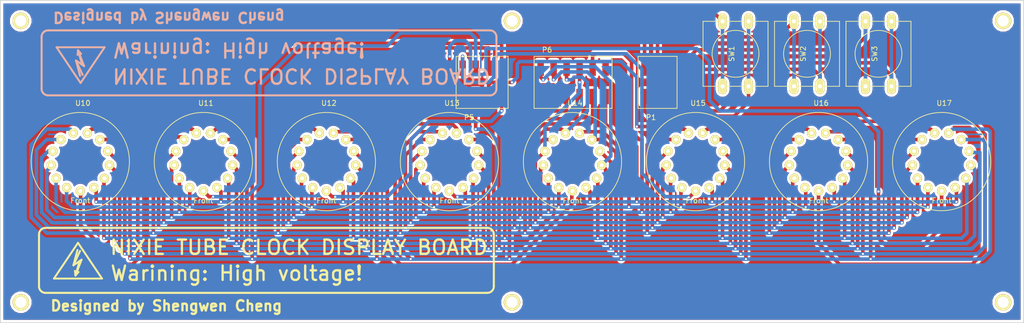
<source format=kicad_pcb>
(kicad_pcb (version 4) (host pcbnew 4.0.2-4+6225~38~ubuntu14.04.1-stable)
  (layers (0 F.Cu signal) (31 B.Cu signal) (34 B.Paste user) (35 F.Paste user) (36 B.SilkS user) (37 F.SilkS user) (38 B.Mask user) (39 F.Mask user) (44 Edge.Cuts user))
  (net 0 "")
  (net 1 cathode_comma_left)
  (net 2 cathode_comma_right)
  (net 3 anode1)
  (net 4 cathode1)
  (net 5 cathode2)
  (net 6 cathode3)
  (net 7 cathode4)
  (net 8 anode5)
  (net 9 cathode5)
  (net 10 cathode6)
  (net 11 cathode7)
  (net 12 cathode8)
  (net 13 cathode9)
  (net 14 cathode0)
  (net 15 anode2)
  (net 16 anode6)
  (net 17 anode3)
  (net 18 anode7)
  (net 19 anode4)
  (net 20 anode8)
  (net 21 "Net-(P1-Pad1)")
  (net 22 "Net-(P1-Pad3)")
  (net 23 "Net-(P1-Pad5)")
  (net 24 "Net-(P1-Pad6)")
  (net 25 "Net-(P1-Pad4)")
  (net 26 "Net-(P1-Pad2)")
  (module warning:warning (layer B.Cu) (at 67.74688 82.51444)
    (fp_text reference REF** hide)
    (fp_text value Symbol_HighVoltage_Type2_CopperTop_VerySmall hide)
  )
  (module Mounting_Holes:MountingHole_2.2mm_M2 (layer F.Cu) (at 152.07 74.56844)
    (fp_text reference REF** hide)
    (fp_text value MountingHole_2.2mm_M2 hide)
    (pad "" np_thru_hole circle (at 0 0) (size 3.2 3.2) (drill 2.2) (layers *.Cu *.Mask F.SilkS))
  )
  (module Mounting_Holes:MountingHole_2.2mm_M2 (layer F.Cu) (at 152.07 129.56844)
    (fp_text reference REF** hide)
    (fp_text value MountingHole_2.2mm_M2 hide)
    (pad "" np_thru_hole circle (at 0 0) (size 3.2 3.2) (drill 2.2) (layers *.Cu *.Mask F.SilkS))
  )
  (module Mounting_Holes:MountingHole_2.2mm_M2 (layer F.Cu) (at 248.07 129.56844)
    (fp_text reference REF** hide)
    (fp_text value MountingHole_2.2mm_M2 hide)
    (pad "" np_thru_hole circle (at 0 0) (size 3.2 3.2) (drill 2.2) (layers *.Cu *.Mask F.SilkS))
  )
  (module Mounting_Holes:MountingHole_2.2mm_M2 (layer F.Cu) (at 248.07 74.56844)
    (fp_text reference REF** hide)
    (fp_text value MountingHole_2.2mm_M2 hide)
    (pad "" np_thru_hole circle (at 0 0) (size 3.2 3.2) (drill 2.2) (layers *.Cu *.Mask F.SilkS))
  )
  (module Mounting_Holes:MountingHole_2.2mm_M2 (layer F.Cu) (at 56.07 129.56844)
    (fp_text reference REF** hide)
    (fp_text value MountingHole_2.2mm_M2 hide)
    (pad "" np_thru_hole circle (at 0 0) (size 3.2 3.2) (drill 2.2) (layers *.Cu *.Mask F.SilkS))
  )
  (module Mounting_Holes:MountingHole_2.2mm_M2 (layer F.Cu) (at 56.07 74.56844)
    (fp_text reference REF** hide)
    (fp_text value MountingHole_2.2mm_M2 hide)
    (pad "" np_thru_hole circle (at -0.02488 0) (size 3.2 3.2) (drill 2.2) (layers *.Cu *.Mask F.SilkS))
  )
  (module SMD_PIN_2_BY_3:SMD_PIN_2_BY_3 (layer F.Cu) (at 177.98288 85.30844)
    (fp_text reference P1 (at 1.27 8.12) (layer F.SilkS))
    (fp_text value CONN_02X03)
    (pad 1 smd rect (at 0 4.04) (size 1.27 3) (layers F.Cu F.Paste F.Mask) (net 21 "Net-(P1-Pad1)"))
    (pad 3 smd rect (at 2.54 4.04) (size 1.27 3) (layers F.Cu F.Paste F.Mask) (net 22 "Net-(P1-Pad3)"))
    (pad 5 smd rect (at 5.08 4.04) (size 1.27 3) (layers F.Cu F.Paste F.Mask) (net 23 "Net-(P1-Pad5)"))
    (pad 6 smd rect (at 5.08 -1.5) (size 1.27 3) (layers F.Cu F.Paste F.Mask) (net 24 "Net-(P1-Pad6)"))
    (pad 4 smd rect (at 2.54 -1.5) (size 1.27 3) (layers F.Cu F.Paste F.Mask) (net 25 "Net-(P1-Pad4)"))
    (pad 2 smd rect (at 0 -1.5) (size 1.27 3) (layers F.Cu F.Paste F.Mask) (net 26 "Net-(P1-Pad2)"))
  )
  (module Buttons_Switches_ThroughHole:SW_PUSH-12mm (layer F.Cu) (at 195.76288 81 90)
    (fp_text reference SW1 (at 0 -0.762 90) (layer F.SilkS))
    (fp_text value SW_PUSH)
    (pad 1 thru_hole oval (at 6.35 -2.54 90) (size 3.048 1.7272) (drill 0.8128) (layers *.Cu *.Mask F.SilkS) (net 26 "Net-(P1-Pad2)"))
    (pad 2 thru_hole oval (at 6.35 2.54 90) (size 3.048 1.7272) (drill 0.8128) (layers *.Cu *.Mask F.SilkS) (net 21 "Net-(P1-Pad1)"))
    (pad 1 thru_hole oval (at -6.35 -2.54 90) (size 3.048 1.7272) (drill 0.8128) (layers *.Cu *.Mask F.SilkS) (net 26 "Net-(P1-Pad2)"))
    (pad 2 thru_hole oval (at -6.35 2.54 90) (size 3.048 1.7272) (drill 0.8128) (layers *.Cu *.Mask F.SilkS) (net 21 "Net-(P1-Pad1)"))
  )
  (module Buttons_Switches_ThroughHole:SW_PUSH-12mm (layer F.Cu) (at 209.73288 81 90)
    (fp_text reference SW2 (at 0 -0.762 90) (layer F.SilkS))
    (fp_text value SW_PUSH)
    (pad 1 thru_hole oval (at 6.35 -2.54 90) (size 3.048 1.7272) (drill 0.8128) (layers *.Cu *.Mask F.SilkS) (net 25 "Net-(P1-Pad4)"))
    (pad 2 thru_hole oval (at 6.35 2.54 90) (size 3.048 1.7272) (drill 0.8128) (layers *.Cu *.Mask F.SilkS) (net 22 "Net-(P1-Pad3)"))
    (pad 1 thru_hole oval (at -6.35 -2.54 90) (size 3.048 1.7272) (drill 0.8128) (layers *.Cu *.Mask F.SilkS) (net 25 "Net-(P1-Pad4)"))
    (pad 2 thru_hole oval (at -6.35 2.54 90) (size 3.048 1.7272) (drill 0.8128) (layers *.Cu *.Mask F.SilkS) (net 22 "Net-(P1-Pad3)"))
  )
  (module Buttons_Switches_ThroughHole:SW_PUSH-12mm (layer F.Cu) (at 223.70288 81 90)
    (fp_text reference SW3 (at 0 -0.762 90) (layer F.SilkS))
    (fp_text value SW_PUSH)
    (pad 1 thru_hole oval (at 6.35 -2.54 90) (size 3.048 1.7272) (drill 0.8128) (layers *.Cu *.Mask F.SilkS) (net 24 "Net-(P1-Pad6)"))
    (pad 2 thru_hole oval (at 6.35 2.54 90) (size 3.048 1.7272) (drill 0.8128) (layers *.Cu *.Mask F.SilkS) (net 23 "Net-(P1-Pad5)"))
    (pad 1 thru_hole oval (at -6.35 -2.54 90) (size 3.048 1.7272) (drill 0.8128) (layers *.Cu *.Mask F.SilkS) (net 24 "Net-(P1-Pad6)"))
    (pad 2 thru_hole oval (at -6.35 2.54 90) (size 3.048 1.7272) (drill 0.8128) (layers *.Cu *.Mask F.SilkS) (net 23 "Net-(P1-Pad5)"))
  )
  (module SMD_PIN_2_BY_4:SMD_PIN_2_BY_4 (layer F.Cu) (at 142.42288 85.30844)
    (fp_text reference P5 (at 1.27 8.12) (layer F.SilkS))
    (fp_text value CONN_01X08)
    (pad 1 smd rect (at 0 4.04) (size 1.27 3) (layers F.Cu F.Paste F.Mask) (net 20 anode8))
    (pad 3 smd rect (at 2.54 4.04) (size 1.27 3) (layers F.Cu F.Paste F.Mask) (net 16 anode6))
    (pad 7 smd rect (at 7.62 4.04) (size 1.27 3) (layers F.Cu F.Paste F.Mask) (net 15 anode2))
    (pad 5 smd rect (at 5.08 4.04) (size 1.27 3) (layers F.Cu F.Paste F.Mask) (net 19 anode4))
    (pad 6 smd rect (at 5.08 -1.5) (size 1.27 3) (layers F.Cu F.Paste F.Mask) (net 17 anode3))
    (pad 8 smd rect (at 7.62 -1.5) (size 1.27 3) (layers F.Cu F.Paste F.Mask) (net 3 anode1))
    (pad 4 smd rect (at 2.54 -1.5) (size 1.27 3) (layers F.Cu F.Paste F.Mask) (net 8 anode5))
    (pad 2 smd rect (at 0 -1.5) (size 1.27 3) (layers F.Cu F.Paste F.Mask) (net 18 anode7))
  )
  (module SMD_PIN_2_BY_6:SMD_PIN_2_BY_6 (layer F.Cu) (at 157.66288 85.30844)
    (fp_text reference P6 (at 1.27 -5.08) (layer F.SilkS))
    (fp_text value CONN_01X12)
    (pad 12 smd rect (at 12.7 -1.5) (size 1.27 3) (layers F.Cu F.Paste F.Mask) (net 2 cathode_comma_right))
    (pad 10 smd rect (at 10.16 -1.5) (size 1.27 3) (layers F.Cu F.Paste F.Mask) (net 4 cathode1))
    (pad 9 smd rect (at 10.16 4.04) (size 1.27 3) (layers F.Cu F.Paste F.Mask) (net 5 cathode2))
    (pad 11 smd rect (at 12.7 4.04) (size 1.27 3) (layers F.Cu F.Paste F.Mask) (net 1 cathode_comma_left))
    (pad 1 smd rect (at 0 4.04) (size 1.27 3) (layers F.Cu F.Paste F.Mask) (net 14 cathode0))
    (pad 3 smd rect (at 2.54 4.04) (size 1.27 3) (layers F.Cu F.Paste F.Mask) (net 12 cathode8))
    (pad 7 smd rect (at 7.62 4.04) (size 1.27 3) (layers F.Cu F.Paste F.Mask) (net 7 cathode4))
    (pad 5 smd rect (at 5.08 4.04) (size 1.27 3) (layers F.Cu F.Paste F.Mask) (net 10 cathode6))
    (pad 6 smd rect (at 5.08 -1.5) (size 1.27 3) (layers F.Cu F.Paste F.Mask) (net 9 cathode5))
    (pad 8 smd rect (at 7.62 -1.5) (size 1.27 3) (layers F.Cu F.Paste F.Mask) (net 6 cathode3))
    (pad 4 smd rect (at 2.54 -1.5) (size 1.27 3) (layers F.Cu F.Paste F.Mask) (net 11 cathode7))
    (pad 2 smd rect (at 0 -1.5) (size 1.27 3) (layers F.Cu F.Paste F.Mask) (net 13 cathode9))
  )
  (module IN-14:IN-14 (layer F.Cu) (at 67.69 102.06844)
    (fp_text reference U10 (at 0.5 -11.43) (layer F.SilkS))
    (fp_text value IN-14)
    (fp_text user Front (at 0 7.62) (layer F.SilkS))
    (pad 1 thru_hole circle (at 0 5.75) (size 1.8 1.8) (drill 0.762) (layers *.Cu *.Mask F.SilkS) (net 3 anode1))
    (pad 2 thru_hole circle (at -2.672842 5.091013) (size 1.8 1.8) (drill 0.762) (layers *.Cu *.Mask F.SilkS) (net 1 cathode_comma_left))
    (pad 3 thru_hole circle (at -4.733034 3.265102) (size 1.8 1.8) (drill 0.762) (layers *.Cu *.Mask F.SilkS) (net 4 cathode1))
    (pad 4 thru_hole circle (at -5.708355 0.690787) (size 1.8 1.8) (drill 0.762) (layers *.Cu *.Mask F.SilkS) (net 5 cathode2))
    (pad 5 thru_hole circle (at -5.375248 -2.041865) (size 1.8 1.8) (drill 0.762) (layers *.Cu *.Mask F.SilkS) (net 6 cathode3))
    (pad 6 thru_hole circle (at -3.810065 -4.306495) (size 1.8 1.8) (drill 0.762) (layers *.Cu *.Mask F.SilkS) (net 7 cathode4))
    (pad 7 thru_hole circle (at -1.371567 -5.584022) (size 1.8 1.8) (drill 0.762) (layers *.Cu *.Mask F.SilkS) (net 9 cathode5))
    (pad 8 thru_hole circle (at 1.381311 -5.58162) (size 1.8 1.8) (drill 0.762) (layers *.Cu *.Mask F.SilkS) (net 10 cathode6))
    (pad 9 thru_hole circle (at 3.817576 -4.299839) (size 1.8 1.8) (drill 0.762) (layers *.Cu *.Mask F.SilkS) (net 11 cathode7))
    (pad 10 thru_hole circle (at 5.378803 -2.03248) (size 1.8 1.8) (drill 0.762) (layers *.Cu *.Mask F.SilkS) (net 12 cathode8))
    (pad 11 thru_hole circle (at 5.70714 0.700749) (size 1.8 1.8) (drill 0.762) (layers *.Cu *.Mask F.SilkS) (net 13 cathode9))
    (pad 12 thru_hole circle (at 4.727328 3.273357) (size 1.8 1.8) (drill 0.762) (layers *.Cu *.Mask F.SilkS) (net 14 cathode0))
    (pad 13 thru_hole circle (at 2.663952 5.095671) (size 1.8 1.8) (drill 0.762) (layers *.Cu *.Mask F.SilkS) (net 2 cathode_comma_right))
  )
  (module IN-14:IN-14 (layer F.Cu) (at 91.74 102.06844)
    (fp_text reference U11 (at 0.5 -11.43) (layer F.SilkS))
    (fp_text value IN-14)
    (fp_text user Front (at 0 7.62) (layer F.SilkS))
    (pad 1 thru_hole circle (at 0 5.75) (size 1.8 1.8) (drill 0.762) (layers *.Cu *.Mask F.SilkS) (net 8 anode5))
    (pad 2 thru_hole circle (at -2.672842 5.091013) (size 1.8 1.8) (drill 0.762) (layers *.Cu *.Mask F.SilkS) (net 1 cathode_comma_left))
    (pad 3 thru_hole circle (at -4.733034 3.265102) (size 1.8 1.8) (drill 0.762) (layers *.Cu *.Mask F.SilkS) (net 4 cathode1))
    (pad 4 thru_hole circle (at -5.708355 0.690787) (size 1.8 1.8) (drill 0.762) (layers *.Cu *.Mask F.SilkS) (net 5 cathode2))
    (pad 5 thru_hole circle (at -5.375248 -2.041865) (size 1.8 1.8) (drill 0.762) (layers *.Cu *.Mask F.SilkS) (net 6 cathode3))
    (pad 6 thru_hole circle (at -3.810065 -4.306495) (size 1.8 1.8) (drill 0.762) (layers *.Cu *.Mask F.SilkS) (net 7 cathode4))
    (pad 7 thru_hole circle (at -1.371567 -5.584022) (size 1.8 1.8) (drill 0.762) (layers *.Cu *.Mask F.SilkS) (net 9 cathode5))
    (pad 8 thru_hole circle (at 1.381311 -5.58162) (size 1.8 1.8) (drill 0.762) (layers *.Cu *.Mask F.SilkS) (net 10 cathode6))
    (pad 9 thru_hole circle (at 3.817576 -4.299839) (size 1.8 1.8) (drill 0.762) (layers *.Cu *.Mask F.SilkS) (net 11 cathode7))
    (pad 10 thru_hole circle (at 5.378803 -2.03248) (size 1.8 1.8) (drill 0.762) (layers *.Cu *.Mask F.SilkS) (net 12 cathode8))
    (pad 11 thru_hole circle (at 5.70714 0.700749) (size 1.8 1.8) (drill 0.762) (layers *.Cu *.Mask F.SilkS) (net 13 cathode9))
    (pad 12 thru_hole circle (at 4.727328 3.273357) (size 1.8 1.8) (drill 0.762) (layers *.Cu *.Mask F.SilkS) (net 14 cathode0))
    (pad 13 thru_hole circle (at 2.663952 5.095671) (size 1.8 1.8) (drill 0.762) (layers *.Cu *.Mask F.SilkS) (net 2 cathode_comma_right))
  )
  (module IN-14:IN-14 (layer F.Cu) (at 115.79 102.06844)
    (fp_text reference U12 (at 0.5 -11.43) (layer F.SilkS))
    (fp_text value IN-14)
    (fp_text user Front (at 0 7.62) (layer F.SilkS))
    (pad 1 thru_hole circle (at 0 5.75) (size 1.8 1.8) (drill 0.762) (layers *.Cu *.Mask F.SilkS) (net 15 anode2))
    (pad 2 thru_hole circle (at -2.672842 5.091013) (size 1.8 1.8) (drill 0.762) (layers *.Cu *.Mask F.SilkS) (net 1 cathode_comma_left))
    (pad 3 thru_hole circle (at -4.733034 3.265102) (size 1.8 1.8) (drill 0.762) (layers *.Cu *.Mask F.SilkS) (net 4 cathode1))
    (pad 4 thru_hole circle (at -5.708355 0.690787) (size 1.8 1.8) (drill 0.762) (layers *.Cu *.Mask F.SilkS) (net 5 cathode2))
    (pad 5 thru_hole circle (at -5.375248 -2.041865) (size 1.8 1.8) (drill 0.762) (layers *.Cu *.Mask F.SilkS) (net 6 cathode3))
    (pad 6 thru_hole circle (at -3.810065 -4.306495) (size 1.8 1.8) (drill 0.762) (layers *.Cu *.Mask F.SilkS) (net 7 cathode4))
    (pad 7 thru_hole circle (at -1.371567 -5.584022) (size 1.8 1.8) (drill 0.762) (layers *.Cu *.Mask F.SilkS) (net 9 cathode5))
    (pad 8 thru_hole circle (at 1.381311 -5.58162) (size 1.8 1.8) (drill 0.762) (layers *.Cu *.Mask F.SilkS) (net 10 cathode6))
    (pad 9 thru_hole circle (at 3.817576 -4.299839) (size 1.8 1.8) (drill 0.762) (layers *.Cu *.Mask F.SilkS) (net 11 cathode7))
    (pad 10 thru_hole circle (at 5.378803 -2.03248) (size 1.8 1.8) (drill 0.762) (layers *.Cu *.Mask F.SilkS) (net 12 cathode8))
    (pad 11 thru_hole circle (at 5.70714 0.700749) (size 1.8 1.8) (drill 0.762) (layers *.Cu *.Mask F.SilkS) (net 13 cathode9))
    (pad 12 thru_hole circle (at 4.727328 3.273357) (size 1.8 1.8) (drill 0.762) (layers *.Cu *.Mask F.SilkS) (net 14 cathode0))
    (pad 13 thru_hole circle (at 2.663952 5.095671) (size 1.8 1.8) (drill 0.762) (layers *.Cu *.Mask F.SilkS) (net 2 cathode_comma_right))
  )
  (module IN-14:IN-14 (layer F.Cu) (at 139.84 102.06844)
    (fp_text reference U13 (at 0.5 -11.43) (layer F.SilkS))
    (fp_text value IN-14)
    (fp_text user Front (at 0 7.62) (layer F.SilkS))
    (pad 1 thru_hole circle (at 0 5.75) (size 1.8 1.8) (drill 0.762) (layers *.Cu *.Mask F.SilkS) (net 16 anode6))
    (pad 2 thru_hole circle (at -2.672842 5.091013) (size 1.8 1.8) (drill 0.762) (layers *.Cu *.Mask F.SilkS) (net 1 cathode_comma_left))
    (pad 3 thru_hole circle (at -4.733034 3.265102) (size 1.8 1.8) (drill 0.762) (layers *.Cu *.Mask F.SilkS) (net 4 cathode1))
    (pad 4 thru_hole circle (at -5.708355 0.690787) (size 1.8 1.8) (drill 0.762) (layers *.Cu *.Mask F.SilkS) (net 5 cathode2))
    (pad 5 thru_hole circle (at -5.375248 -2.041865) (size 1.8 1.8) (drill 0.762) (layers *.Cu *.Mask F.SilkS) (net 6 cathode3))
    (pad 6 thru_hole circle (at -3.810065 -4.306495) (size 1.8 1.8) (drill 0.762) (layers *.Cu *.Mask F.SilkS) (net 7 cathode4))
    (pad 7 thru_hole circle (at -1.371567 -5.584022) (size 1.8 1.8) (drill 0.762) (layers *.Cu *.Mask F.SilkS) (net 9 cathode5))
    (pad 8 thru_hole circle (at 1.381311 -5.58162) (size 1.8 1.8) (drill 0.762) (layers *.Cu *.Mask F.SilkS) (net 10 cathode6))
    (pad 9 thru_hole circle (at 3.817576 -4.299839) (size 1.8 1.8) (drill 0.762) (layers *.Cu *.Mask F.SilkS) (net 11 cathode7))
    (pad 10 thru_hole circle (at 5.378803 -2.03248) (size 1.8 1.8) (drill 0.762) (layers *.Cu *.Mask F.SilkS) (net 12 cathode8))
    (pad 11 thru_hole circle (at 5.70714 0.700749) (size 1.8 1.8) (drill 0.762) (layers *.Cu *.Mask F.SilkS) (net 13 cathode9))
    (pad 12 thru_hole circle (at 4.727328 3.273357) (size 1.8 1.8) (drill 0.762) (layers *.Cu *.Mask F.SilkS) (net 14 cathode0))
    (pad 13 thru_hole circle (at 2.663952 5.095671) (size 1.8 1.8) (drill 0.762) (layers *.Cu *.Mask F.SilkS) (net 2 cathode_comma_right))
  )
  (module IN-14:IN-14 (layer F.Cu) (at 163.89 102.06844)
    (fp_text reference U14 (at 0.5 -11.43) (layer F.SilkS))
    (fp_text value IN-14)
    (fp_text user Front (at 0 7.62) (layer F.SilkS))
    (pad 1 thru_hole circle (at 0 5.75) (size 1.8 1.8) (drill 0.762) (layers *.Cu *.Mask F.SilkS) (net 17 anode3))
    (pad 2 thru_hole circle (at -2.672842 5.091013) (size 1.8 1.8) (drill 0.762) (layers *.Cu *.Mask F.SilkS) (net 1 cathode_comma_left))
    (pad 3 thru_hole circle (at -4.733034 3.265102) (size 1.8 1.8) (drill 0.762) (layers *.Cu *.Mask F.SilkS) (net 4 cathode1))
    (pad 4 thru_hole circle (at -5.708355 0.690787) (size 1.8 1.8) (drill 0.762) (layers *.Cu *.Mask F.SilkS) (net 5 cathode2))
    (pad 5 thru_hole circle (at -5.375248 -2.041865) (size 1.8 1.8) (drill 0.762) (layers *.Cu *.Mask F.SilkS) (net 6 cathode3))
    (pad 6 thru_hole circle (at -3.810065 -4.306495) (size 1.8 1.8) (drill 0.762) (layers *.Cu *.Mask F.SilkS) (net 7 cathode4))
    (pad 7 thru_hole circle (at -1.371567 -5.584022) (size 1.8 1.8) (drill 0.762) (layers *.Cu *.Mask F.SilkS) (net 9 cathode5))
    (pad 8 thru_hole circle (at 1.381311 -5.58162) (size 1.8 1.8) (drill 0.762) (layers *.Cu *.Mask F.SilkS) (net 10 cathode6))
    (pad 9 thru_hole circle (at 3.817576 -4.299839) (size 1.8 1.8) (drill 0.762) (layers *.Cu *.Mask F.SilkS) (net 11 cathode7))
    (pad 10 thru_hole circle (at 5.378803 -2.03248) (size 1.8 1.8) (drill 0.762) (layers *.Cu *.Mask F.SilkS) (net 12 cathode8))
    (pad 11 thru_hole circle (at 5.70714 0.700749) (size 1.8 1.8) (drill 0.762) (layers *.Cu *.Mask F.SilkS) (net 13 cathode9))
    (pad 12 thru_hole circle (at 4.727328 3.273357) (size 1.8 1.8) (drill 0.762) (layers *.Cu *.Mask F.SilkS) (net 14 cathode0))
    (pad 13 thru_hole circle (at 2.663952 5.095671) (size 1.8 1.8) (drill 0.762) (layers *.Cu *.Mask F.SilkS) (net 2 cathode_comma_right))
  )
  (module IN-14:IN-14 (layer F.Cu) (at 187.94 102.06844)
    (fp_text reference U15 (at 0.5 -11.43) (layer F.SilkS))
    (fp_text value IN-14)
    (fp_text user Front (at 0 7.62) (layer F.SilkS))
    (pad 1 thru_hole circle (at 0 5.75) (size 1.8 1.8) (drill 0.762) (layers *.Cu *.Mask F.SilkS) (net 18 anode7))
    (pad 2 thru_hole circle (at -2.672842 5.091013) (size 1.8 1.8) (drill 0.762) (layers *.Cu *.Mask F.SilkS) (net 1 cathode_comma_left))
    (pad 3 thru_hole circle (at -4.733034 3.265102) (size 1.8 1.8) (drill 0.762) (layers *.Cu *.Mask F.SilkS) (net 4 cathode1))
    (pad 4 thru_hole circle (at -5.708355 0.690787) (size 1.8 1.8) (drill 0.762) (layers *.Cu *.Mask F.SilkS) (net 5 cathode2))
    (pad 5 thru_hole circle (at -5.375248 -2.041865) (size 1.8 1.8) (drill 0.762) (layers *.Cu *.Mask F.SilkS) (net 6 cathode3))
    (pad 6 thru_hole circle (at -3.810065 -4.306495) (size 1.8 1.8) (drill 0.762) (layers *.Cu *.Mask F.SilkS) (net 7 cathode4))
    (pad 7 thru_hole circle (at -1.371567 -5.584022) (size 1.8 1.8) (drill 0.762) (layers *.Cu *.Mask F.SilkS) (net 9 cathode5))
    (pad 8 thru_hole circle (at 1.381311 -5.58162) (size 1.8 1.8) (drill 0.762) (layers *.Cu *.Mask F.SilkS) (net 10 cathode6))
    (pad 9 thru_hole circle (at 3.817576 -4.299839) (size 1.8 1.8) (drill 0.762) (layers *.Cu *.Mask F.SilkS) (net 11 cathode7))
    (pad 10 thru_hole circle (at 5.378803 -2.03248) (size 1.8 1.8) (drill 0.762) (layers *.Cu *.Mask F.SilkS) (net 12 cathode8))
    (pad 11 thru_hole circle (at 5.70714 0.700749) (size 1.8 1.8) (drill 0.762) (layers *.Cu *.Mask F.SilkS) (net 13 cathode9))
    (pad 12 thru_hole circle (at 4.727328 3.273357) (size 1.8 1.8) (drill 0.762) (layers *.Cu *.Mask F.SilkS) (net 14 cathode0))
    (pad 13 thru_hole circle (at 2.663952 5.095671) (size 1.8 1.8) (drill 0.762) (layers *.Cu *.Mask F.SilkS) (net 2 cathode_comma_right))
  )
  (module IN-14:IN-14 (layer F.Cu) (at 211.99 102.06844)
    (fp_text reference U16 (at 0.5 -11.43) (layer F.SilkS))
    (fp_text value IN-14)
    (fp_text user Front (at 0 7.62) (layer F.SilkS))
    (pad 1 thru_hole circle (at 0 5.75) (size 1.8 1.8) (drill 0.762) (layers *.Cu *.Mask F.SilkS) (net 19 anode4))
    (pad 2 thru_hole circle (at -2.672842 5.091013) (size 1.8 1.8) (drill 0.762) (layers *.Cu *.Mask F.SilkS) (net 1 cathode_comma_left))
    (pad 3 thru_hole circle (at -4.733034 3.265102) (size 1.8 1.8) (drill 0.762) (layers *.Cu *.Mask F.SilkS) (net 4 cathode1))
    (pad 4 thru_hole circle (at -5.708355 0.690787) (size 1.8 1.8) (drill 0.762) (layers *.Cu *.Mask F.SilkS) (net 5 cathode2))
    (pad 5 thru_hole circle (at -5.375248 -2.041865) (size 1.8 1.8) (drill 0.762) (layers *.Cu *.Mask F.SilkS) (net 6 cathode3))
    (pad 6 thru_hole circle (at -3.810065 -4.306495) (size 1.8 1.8) (drill 0.762) (layers *.Cu *.Mask F.SilkS) (net 7 cathode4))
    (pad 7 thru_hole circle (at -1.371567 -5.584022) (size 1.8 1.8) (drill 0.762) (layers *.Cu *.Mask F.SilkS) (net 9 cathode5))
    (pad 8 thru_hole circle (at 1.381311 -5.58162) (size 1.8 1.8) (drill 0.762) (layers *.Cu *.Mask F.SilkS) (net 10 cathode6))
    (pad 9 thru_hole circle (at 3.817576 -4.299839) (size 1.8 1.8) (drill 0.762) (layers *.Cu *.Mask F.SilkS) (net 11 cathode7))
    (pad 10 thru_hole circle (at 5.378803 -2.03248) (size 1.8 1.8) (drill 0.762) (layers *.Cu *.Mask F.SilkS) (net 12 cathode8))
    (pad 11 thru_hole circle (at 5.70714 0.700749) (size 1.8 1.8) (drill 0.762) (layers *.Cu *.Mask F.SilkS) (net 13 cathode9))
    (pad 12 thru_hole circle (at 4.727328 3.273357) (size 1.8 1.8) (drill 0.762) (layers *.Cu *.Mask F.SilkS) (net 14 cathode0))
    (pad 13 thru_hole circle (at 2.663952 5.095671) (size 1.8 1.8) (drill 0.762) (layers *.Cu *.Mask F.SilkS) (net 2 cathode_comma_right))
  )
  (module IN-14:IN-14 (layer F.Cu) (at 236.04 102.06844)
    (fp_text reference U17 (at 0.5 -11.43) (layer F.SilkS))
    (fp_text value IN-14)
    (fp_text user Front (at 0 7.62) (layer F.SilkS))
    (pad 1 thru_hole circle (at 0 5.75) (size 1.8 1.8) (drill 0.762) (layers *.Cu *.Mask F.SilkS) (net 20 anode8))
    (pad 2 thru_hole circle (at -2.672842 5.091013) (size 1.8 1.8) (drill 0.762) (layers *.Cu *.Mask F.SilkS) (net 1 cathode_comma_left))
    (pad 3 thru_hole circle (at -4.733034 3.265102) (size 1.8 1.8) (drill 0.762) (layers *.Cu *.Mask F.SilkS) (net 4 cathode1))
    (pad 4 thru_hole circle (at -5.708355 0.690787) (size 1.8 1.8) (drill 0.762) (layers *.Cu *.Mask F.SilkS) (net 5 cathode2))
    (pad 5 thru_hole circle (at -5.375248 -2.041865) (size 1.8 1.8) (drill 0.762) (layers *.Cu *.Mask F.SilkS) (net 6 cathode3))
    (pad 6 thru_hole circle (at -3.810065 -4.306495) (size 1.8 1.8) (drill 0.762) (layers *.Cu *.Mask F.SilkS) (net 7 cathode4))
    (pad 7 thru_hole circle (at -1.371567 -5.584022) (size 1.8 1.8) (drill 0.762) (layers *.Cu *.Mask F.SilkS) (net 9 cathode5))
    (pad 8 thru_hole circle (at 1.381311 -5.58162) (size 1.8 1.8) (drill 0.762) (layers *.Cu *.Mask F.SilkS) (net 10 cathode6))
    (pad 9 thru_hole circle (at 3.817576 -4.299839) (size 1.8 1.8) (drill 0.762) (layers *.Cu *.Mask F.SilkS) (net 11 cathode7))
    (pad 10 thru_hole circle (at 5.378803 -2.03248) (size 1.8 1.8) (drill 0.762) (layers *.Cu *.Mask F.SilkS) (net 12 cathode8))
    (pad 11 thru_hole circle (at 5.70714 0.700749) (size 1.8 1.8) (drill 0.762) (layers *.Cu *.Mask F.SilkS) (net 13 cathode9))
    (pad 12 thru_hole circle (at 4.727328 3.273357) (size 1.8 1.8) (drill 0.762) (layers *.Cu *.Mask F.SilkS) (net 14 cathode0))
    (pad 13 thru_hole circle (at 2.663952 5.095671) (size 1.8 1.8) (drill 0.762) (layers *.Cu *.Mask F.SilkS) (net 2 cathode_comma_right))
  )
  (module warning:warning (layer F.Cu) (at 67.23888 122.13844)
    (fp_text reference REF** hide)
    (fp_text value Symbol_HighVoltage_Type2_CopperTop_VerySmall hide)
  )
  (gr_text "Designed by Shengwen Cheng" (at 85.01888 73.87844 180) (layer B.SilkS) (effects (font (size 2 2) (thickness 0.45)) (justify mirror)))
  (gr_text "Warining: High voltage!" (at 98.754 80.22844 180) (layer B.SilkS) (effects (font (size 2.8 2.8) (thickness 0.45)) (justify mirror)))
  (gr_text "NIXIE TUBE CLOCK DISPLAY BOARD\n" (at 110.92688 85.30844 180) (layer B.SilkS) (effects (font (size 2.8 2.8) (thickness 0.45)) (justify mirror)))
  (gr_line (start 61.39688 76.41844) (end 147.75688 76.41844) (angle 90) (layer B.SilkS) (width 0.4))
  (gr_line (start 61.39688 89.11844) (end 147.75688 89.11844) (angle 90) (layer B.SilkS) (width 0.4))
  (gr_arc (start 147.75688 77.68844) (end 149.02688 77.68844) (angle -90) (layer B.SilkS) (width 0.4))
  (gr_arc (start 147.75688 87.84844) (end 147.75688 89.11844) (angle -90) (layer B.SilkS) (width 0.4))
  (gr_line (start 149.02688 87.84844) (end 149.02688 77.68844) (angle 90) (layer B.SilkS) (width 0.4))
  (gr_arc (start 61.39688 87.84844) (end 60.12688 87.84844) (angle -90) (layer B.SilkS) (width 0.4))
  (gr_arc (start 61.39688 77.68844) (end 61.39688 76.41844) (angle -90) (layer B.SilkS) (width 0.4))
  (gr_line (start 60.12688 87.84844) (end 60.12688 77.68844) (angle 90) (layer B.SilkS) (width 0.4))
  (gr_line (start 59.61888 116.29644) (end 59.61888 126.45644) (angle 90) (layer F.SilkS) (width 0.4))
  (gr_arc (start 60.88888 126.45644) (end 60.88888 127.72644) (angle 90) (layer F.SilkS) (width 0.4))
  (gr_arc (start 60.88888 116.29644) (end 59.61888 116.29644) (angle 90) (layer F.SilkS) (width 0.4))
  (gr_line (start 148.51888 116.29644) (end 148.51888 126.45644) (angle 90) (layer F.SilkS) (width 0.4))
  (gr_arc (start 147.24888 116.29644) (end 147.24888 115.02644) (angle 90) (layer F.SilkS) (width 0.4))
  (gr_arc (start 147.24888 126.45644) (end 148.51888 126.45644) (angle 90) (layer F.SilkS) (width 0.4))
  (gr_line (start 60.88888 115.02644) (end 147.24888 115.02644) (angle 90) (layer F.SilkS) (width 0.4))
  (gr_line (start 60.88888 127.72644) (end 147.24888 127.72644) (angle 90) (layer F.SilkS) (width 0.4))
  (gr_text "NIXIE TUBE CLOCK DISPLAY BOARD\n" (at 110.41888 118.83644) (layer F.SilkS) (effects (font (size 2.8 2.8) (thickness 0.45))))
  (gr_text "Designed by Shengwen Cheng" (at 84.51088 130.26644) (layer F.SilkS) (effects (font (size 2 2) (thickness 0.45))))
  (gr_line (start 252.07 70.56844) (end 252.07 133.56844) (angle 90) (layer Edge.Cuts) (width 0.15))
  (gr_line (start 52.07 70.56844) (end 252.07 70.56844) (angle 90) (layer Edge.Cuts) (width 0.15))
  (gr_line (start 52.07 70.56844) (end 52.07 133.56844) (angle 90) (layer Edge.Cuts) (width 0.15))
  (gr_line (start 52.07 133.56844) (end 252.07 133.56844) (angle 90) (layer Edge.Cuts) (width 0.15))
  (gr_text "Warining: High voltage!" (at 98.246 123.91644) (layer F.SilkS) (effects (font (size 2.8 2.8) (thickness 0.45))))
  (segment (start 67.23888 110.96244) (end 66.22288 110.96244) (width 0.7) (layer B.Cu) (net 1))
  (segment (start 65.017158 109.756718) (end 65.017158 107.159453) (width 0.7) (layer B.Cu) (net 1))
  (segment (start 66.22288 110.96244) (end 65.017158 109.756718) (width 0.7) (layer B.Cu) (net 1))
  (segment (start 67.23888 110.96244) (end 89.08288 110.96244) (width 0.7) (layer B.Cu) (net 1))
  (segment (start 65.20688 107.349175) (end 65.017158 107.159453) (width 0.7) (layer B.Cu) (net 1))
  (segment (start 170.36288 89.34844) (end 170.36288 94.70644) (width 0.7) (layer F.Cu) (net 1))
  (via (at 174.93488 110.96244) (size 0.6) (drill 0.4) (layers F.Cu B.Cu) (net 1))
  (segment (start 174.93488 99.27844) (end 174.93488 110.96244) (width 0.7) (layer F.Cu) (net 1))
  (segment (start 170.36288 94.70644) (end 174.93488 99.27844) (width 0.7) (layer F.Cu) (net 1))
  (segment (start 209.317158 107.159453) (end 209.47888 107.321175) (width 0.7) (layer F.Cu) (net 1))
  (segment (start 209.47888 107.321175) (end 209.47888 110.96244) (width 0.7) (layer F.Cu) (net 1))
  (via (at 209.47888 110.96244) (size 0.6) (drill 0.4) (layers F.Cu B.Cu) (net 1))
  (segment (start 185.267158 107.159453) (end 185.09488 107.331731) (width 0.7) (layer F.Cu) (net 1))
  (segment (start 185.09488 107.331731) (end 185.09488 110.96244) (width 0.7) (layer F.Cu) (net 1))
  (via (at 185.09488 110.96244) (size 0.6) (drill 0.4) (layers F.Cu B.Cu) (net 1))
  (segment (start 161.217158 107.159453) (end 161.21888 107.161175) (width 0.7) (layer F.Cu) (net 1))
  (segment (start 161.21888 107.161175) (end 161.21888 110.96244) (width 0.7) (layer F.Cu) (net 1))
  (via (at 161.21888 110.96244) (size 0.6) (drill 0.4) (layers F.Cu B.Cu) (net 1))
  (segment (start 137.167158 107.159453) (end 136.83488 107.491731) (width 0.7) (layer F.Cu) (net 1))
  (segment (start 136.83488 107.491731) (end 136.83488 110.96244) (width 0.7) (layer F.Cu) (net 1))
  (via (at 136.83488 110.96244) (size 0.6) (drill 0.4) (layers F.Cu B.Cu) (net 1))
  (segment (start 113.117158 107.159453) (end 112.95888 107.317731) (width 0.7) (layer F.Cu) (net 1))
  (segment (start 112.95888 107.317731) (end 112.95888 110.96244) (width 0.7) (layer F.Cu) (net 1))
  (via (at 112.95888 110.96244) (size 0.6) (drill 0.4) (layers F.Cu B.Cu) (net 1))
  (segment (start 89.067158 107.159453) (end 89.08288 107.175175) (width 0.7) (layer F.Cu) (net 1))
  (segment (start 89.08288 107.175175) (end 89.08288 110.96244) (width 0.7) (layer F.Cu) (net 1))
  (via (at 89.08288 110.96244) (size 0.6) (drill 0.4) (layers F.Cu B.Cu) (net 1))
  (segment (start 233.367158 107.159453) (end 233.35488 107.171731) (width 0.7) (layer F.Cu) (net 1))
  (segment (start 233.35488 107.171731) (end 233.35488 110.96244) (width 0.7) (layer F.Cu) (net 1))
  (via (at 233.35488 110.96244) (size 0.6) (drill 0.4) (layers F.Cu B.Cu) (net 1))
  (segment (start 233.35488 110.96244) (end 209.47888 110.96244) (width 0.7) (layer B.Cu) (net 1))
  (segment (start 209.47888 110.96244) (end 185.09488 110.96244) (width 0.7) (layer B.Cu) (net 1))
  (segment (start 185.09488 110.96244) (end 175.44288 110.96244) (width 0.7) (layer B.Cu) (net 1))
  (segment (start 175.44288 110.96244) (end 174.93488 110.96244) (width 0.7) (layer B.Cu) (net 1))
  (segment (start 174.93488 110.96244) (end 173.41088 110.96244) (width 0.7) (layer B.Cu) (net 1))
  (segment (start 173.41088 110.96244) (end 161.21888 110.96244) (width 0.7) (layer B.Cu) (net 1))
  (segment (start 161.21888 110.96244) (end 136.83488 110.96244) (width 0.7) (layer B.Cu) (net 1))
  (segment (start 136.83488 110.96244) (end 112.95888 110.96244) (width 0.7) (layer B.Cu) (net 1))
  (segment (start 112.95888 110.96244) (end 89.08288 110.96244) (width 0.7) (layer B.Cu) (net 1))
  (segment (start 65.20688 107.349175) (end 65.017158 107.159453) (width 0.7) (layer F.Cu) (net 1))
  (segment (start 174.42688 97.24644) (end 174.542878 97.24644) (width 0.7) (layer F.Cu) (net 2))
  (segment (start 176.45888 99.162442) (end 176.45888 109.94644) (width 0.7) (layer F.Cu) (net 2))
  (segment (start 174.542878 97.24644) (end 176.45888 99.162442) (width 0.7) (layer F.Cu) (net 2))
  (via (at 176.45888 109.94644) (size 0.6) (drill 0.4) (layers F.Cu B.Cu) (net 2))
  (segment (start 170.36288 83.80844) (end 174.42688 87.87244) (width 0.7) (layer F.Cu) (net 2))
  (segment (start 174.42688 87.87244) (end 174.42688 97.24644) (width 0.7) (layer F.Cu) (net 2))
  (segment (start 214.653952 107.164111) (end 215.06688 107.577039) (width 0.7) (layer F.Cu) (net 2))
  (segment (start 215.06688 107.577039) (end 215.06688 109.94644) (width 0.7) (layer F.Cu) (net 2))
  (via (at 215.06688 109.94644) (size 0.6) (drill 0.4) (layers F.Cu B.Cu) (net 2))
  (segment (start 190.603952 107.164111) (end 191.19088 107.751039) (width 0.7) (layer F.Cu) (net 2))
  (segment (start 191.19088 107.751039) (end 191.19088 109.94644) (width 0.7) (layer F.Cu) (net 2))
  (via (at 191.19088 109.94644) (size 0.6) (drill 0.4) (layers F.Cu B.Cu) (net 2))
  (segment (start 166.553952 107.164111) (end 167.31488 107.925039) (width 0.7) (layer F.Cu) (net 2))
  (via (at 167.31488 109.94644) (size 0.6) (drill 0.4) (layers F.Cu B.Cu) (net 2))
  (segment (start 167.31488 107.925039) (end 167.31488 109.94644) (width 0.7) (layer F.Cu) (net 2))
  (segment (start 142.503952 107.164111) (end 142.93088 107.591039) (width 0.7) (layer F.Cu) (net 2))
  (segment (start 142.93088 107.591039) (end 142.93088 109.94644) (width 0.7) (layer F.Cu) (net 2))
  (via (at 142.93088 109.94644) (size 0.6) (drill 0.4) (layers F.Cu B.Cu) (net 2))
  (segment (start 118.453952 107.164111) (end 119.05488 107.765039) (width 0.7) (layer F.Cu) (net 2))
  (segment (start 119.05488 107.765039) (end 119.05488 109.94644) (width 0.7) (layer F.Cu) (net 2))
  (via (at 119.05488 109.94644) (size 0.6) (drill 0.4) (layers F.Cu B.Cu) (net 2))
  (segment (start 94.403952 107.164111) (end 95.17888 107.939039) (width 0.7) (layer F.Cu) (net 2))
  (via (at 95.17888 109.94644) (size 0.6) (drill 0.4) (layers F.Cu B.Cu) (net 2))
  (segment (start 95.17888 107.939039) (end 95.17888 109.94644) (width 0.7) (layer F.Cu) (net 2))
  (segment (start 238.703952 107.164111) (end 238.94288 107.403039) (width 0.7) (layer F.Cu) (net 2))
  (segment (start 238.94288 107.403039) (end 238.94288 109.94644) (width 0.7) (layer F.Cu) (net 2))
  (via (at 238.94288 109.94644) (size 0.6) (drill 0.4) (layers F.Cu B.Cu) (net 2))
  (segment (start 238.94288 109.94644) (end 215.06688 109.94644) (width 0.7) (layer B.Cu) (net 2))
  (segment (start 215.06688 109.94644) (end 191.19088 109.94644) (width 0.7) (layer B.Cu) (net 2))
  (segment (start 191.19088 109.94644) (end 176.45888 109.94644) (width 0.7) (layer B.Cu) (net 2))
  (segment (start 176.45888 109.94644) (end 174.42688 109.94644) (width 0.7) (layer B.Cu) (net 2))
  (segment (start 174.42688 109.94644) (end 167.31488 109.94644) (width 0.7) (layer B.Cu) (net 2))
  (segment (start 167.31488 109.94644) (end 142.93088 109.94644) (width 0.7) (layer B.Cu) (net 2))
  (segment (start 142.93088 109.94644) (end 119.05488 109.94644) (width 0.7) (layer B.Cu) (net 2))
  (segment (start 119.05488 109.94644) (end 95.17888 109.94644) (width 0.7) (layer B.Cu) (net 2))
  (segment (start 95.17888 109.94644) (end 70.79488 109.94644) (width 0.7) (layer B.Cu) (net 2))
  (via (at 70.79488 109.94644) (size 0.6) (drill 0.4) (layers F.Cu B.Cu) (net 2))
  (segment (start 70.79488 109.94644) (end 70.79488 107.605039) (width 0.7) (layer F.Cu) (net 2))
  (segment (start 70.79488 107.605039) (end 70.353952 107.164111) (width 0.7) (layer F.Cu) (net 2))
  (segment (start 78.92288 97.24644) (end 97.21088 78.95844) (width 0.7) (layer F.Cu) (net 3))
  (segment (start 97.21088 78.95844) (end 150.04288 78.95844) (width 0.7) (layer F.Cu) (net 3))
  (segment (start 67.69 107.81844) (end 67.74688 107.87532) (width 0.7) (layer F.Cu) (net 3))
  (segment (start 67.74688 107.87532) (end 67.74688 114.51844) (width 0.7) (layer F.Cu) (net 3))
  (segment (start 67.74688 114.51844) (end 75.36688 122.13844) (width 0.7) (layer F.Cu) (net 3))
  (segment (start 75.36688 122.13844) (end 77.90688 122.13844) (width 0.7) (layer F.Cu) (net 3))
  (segment (start 77.90688 122.13844) (end 78.92288 121.12244) (width 0.7) (layer F.Cu) (net 3))
  (segment (start 78.92288 121.12244) (end 78.92288 97.24644) (width 0.7) (layer F.Cu) (net 3))
  (segment (start 150.04288 78.95844) (end 150.04288 83.80844) (width 0.7) (layer F.Cu) (net 3))
  (segment (start 62.956966 105.333542) (end 62.956966 110.236526) (width 0.7) (layer B.Cu) (net 4))
  (segment (start 62.956966 110.236526) (end 64.69888 111.97844) (width 0.7) (layer B.Cu) (net 4))
  (segment (start 177.47488 97.75444) (end 176.96688 97.75444) (width 0.7) (layer F.Cu) (net 4))
  (segment (start 176.96688 97.75444) (end 175.44288 96.23044) (width 0.7) (layer F.Cu) (net 4))
  (segment (start 177.47488 97.75444) (end 177.47488 111.97844) (width 0.7) (layer F.Cu) (net 4))
  (via (at 177.47488 111.97844) (size 0.6) (drill 0.4) (layers F.Cu B.Cu) (net 4))
  (segment (start 175.44288 96.23044) (end 175.44288 82.51444) (width 0.7) (layer F.Cu) (net 4))
  (segment (start 167.82288 81.49844) (end 168.33088 80.99044) (width 0.7) (layer F.Cu) (net 4))
  (segment (start 167.82288 81.49844) (end 167.82288 83.80844) (width 0.7) (layer F.Cu) (net 4))
  (segment (start 173.91888 80.99044) (end 175.44288 82.51444) (width 0.7) (layer F.Cu) (net 4))
  (segment (start 173.41088 80.99044) (end 173.91888 80.99044) (width 0.7) (layer F.Cu) (net 4))
  (segment (start 172.39488 80.99044) (end 173.41088 80.99044) (width 0.7) (layer F.Cu) (net 4))
  (segment (start 168.33088 80.99044) (end 172.39488 80.99044) (width 0.7) (layer F.Cu) (net 4))
  (segment (start 135.106966 105.333542) (end 134.80288 105.637628) (width 0.7) (layer F.Cu) (net 4))
  (segment (start 134.80288 105.637628) (end 134.80288 111.97844) (width 0.7) (layer F.Cu) (net 4))
  (via (at 134.80288 111.97844) (size 0.6) (drill 0.4) (layers F.Cu B.Cu) (net 4))
  (segment (start 207.256966 105.333542) (end 206.93888 105.651628) (width 0.7) (layer F.Cu) (net 4))
  (segment (start 206.93888 105.651628) (end 206.93888 111.97844) (width 0.7) (layer F.Cu) (net 4))
  (via (at 206.93888 111.97844) (size 0.6) (drill 0.4) (layers F.Cu B.Cu) (net 4))
  (segment (start 183.206966 105.333542) (end 183.06288 105.477628) (width 0.7) (layer F.Cu) (net 4))
  (segment (start 183.06288 105.477628) (end 183.06288 111.97844) (width 0.7) (layer F.Cu) (net 4))
  (via (at 183.06288 111.97844) (size 0.6) (drill 0.4) (layers F.Cu B.Cu) (net 4))
  (segment (start 159.156966 105.333542) (end 159.18688 105.363456) (width 0.7) (layer F.Cu) (net 4))
  (segment (start 159.18688 105.363456) (end 159.18688 111.97844) (width 0.7) (layer F.Cu) (net 4))
  (via (at 159.18688 111.97844) (size 0.6) (drill 0.4) (layers F.Cu B.Cu) (net 4))
  (segment (start 111.056966 105.333542) (end 110.92688 105.463628) (width 0.7) (layer F.Cu) (net 4))
  (segment (start 110.92688 105.463628) (end 110.92688 111.97844) (width 0.7) (layer F.Cu) (net 4))
  (via (at 110.92688 111.97844) (size 0.6) (drill 0.4) (layers F.Cu B.Cu) (net 4))
  (segment (start 87.006966 105.333542) (end 87.05088 105.377456) (width 0.7) (layer F.Cu) (net 4))
  (segment (start 87.05088 105.377456) (end 87.05088 111.97844) (width 0.7) (layer F.Cu) (net 4))
  (via (at 87.05088 111.97844) (size 0.6) (drill 0.4) (layers F.Cu B.Cu) (net 4))
  (segment (start 231.306966 105.333542) (end 231.32288 105.349456) (width 0.7) (layer F.Cu) (net 4))
  (segment (start 231.32288 105.349456) (end 231.32288 111.97844) (width 0.7) (layer F.Cu) (net 4))
  (via (at 231.32288 111.97844) (size 0.6) (drill 0.4) (layers F.Cu B.Cu) (net 4))
  (segment (start 231.32288 111.97844) (end 206.93888 111.97844) (width 0.7) (layer B.Cu) (net 4))
  (segment (start 206.93888 111.97844) (end 183.06288 111.97844) (width 0.7) (layer B.Cu) (net 4))
  (segment (start 183.06288 111.97844) (end 177.47488 111.97844) (width 0.7) (layer B.Cu) (net 4))
  (segment (start 177.47488 111.97844) (end 175.44288 111.97844) (width 0.7) (layer B.Cu) (net 4))
  (segment (start 175.44288 111.97844) (end 159.18688 111.97844) (width 0.7) (layer B.Cu) (net 4))
  (segment (start 159.18688 111.97844) (end 134.80288 111.97844) (width 0.7) (layer B.Cu) (net 4))
  (segment (start 134.80288 111.97844) (end 110.92688 111.97844) (width 0.7) (layer B.Cu) (net 4))
  (segment (start 110.92688 111.97844) (end 87.05088 111.97844) (width 0.7) (layer B.Cu) (net 4))
  (segment (start 87.05088 111.97844) (end 64.69888 111.97844) (width 0.7) (layer B.Cu) (net 4))
  (segment (start 61.981645 102.759227) (end 61.981645 103.011675) (width 0.7) (layer B.Cu) (net 5))
  (segment (start 61.981645 103.011675) (end 61.14288 103.85044) (width 0.7) (layer B.Cu) (net 5))
  (segment (start 61.14288 103.85044) (end 61.14288 111.47044) (width 0.7) (layer B.Cu) (net 5))
  (segment (start 61.14288 111.47044) (end 62.66688 112.99444) (width 0.7) (layer B.Cu) (net 5))
  (segment (start 167.82288 89.34844) (end 167.82288 94.19844) (width 0.7) (layer F.Cu) (net 5))
  (segment (start 153.59888 99.27844) (end 153.59888 112.99444) (width 0.7) (layer F.Cu) (net 5))
  (segment (start 158.17088 94.70644) (end 153.59888 99.27844) (width 0.7) (layer F.Cu) (net 5))
  (segment (start 167.31488 94.70644) (end 158.17088 94.70644) (width 0.7) (layer F.Cu) (net 5))
  (segment (start 167.82288 94.19844) (end 167.31488 94.70644) (width 0.7) (layer F.Cu) (net 5))
  (segment (start 153.59888 112.99444) (end 153.714878 112.99444) (width 0.7) (layer F.Cu) (net 5))
  (via (at 153.714878 112.99444) (size 0.6) (drill 0.4) (layers F.Cu B.Cu) (net 5))
  (segment (start 153.714878 112.99444) (end 153.59888 112.99444) (width 0.7) (layer B.Cu) (net 5))
  (segment (start 206.281645 102.759227) (end 205.41488 103.625992) (width 0.7) (layer F.Cu) (net 5))
  (via (at 205.41488 112.99444) (size 0.6) (drill 0.4) (layers F.Cu B.Cu) (net 5))
  (segment (start 205.41488 103.625992) (end 205.41488 112.99444) (width 0.7) (layer F.Cu) (net 5))
  (segment (start 182.231645 102.759227) (end 181.53888 103.451992) (width 0.7) (layer F.Cu) (net 5))
  (via (at 181.53888 112.99444) (size 0.6) (drill 0.4) (layers F.Cu B.Cu) (net 5))
  (segment (start 181.53888 103.451992) (end 181.53888 112.99444) (width 0.7) (layer F.Cu) (net 5))
  (segment (start 158.181645 102.759227) (end 157.66288 103.277992) (width 0.7) (layer F.Cu) (net 5))
  (segment (start 157.66288 103.277992) (end 157.66288 112.99444) (width 0.7) (layer F.Cu) (net 5))
  (via (at 157.66288 112.99444) (size 0.6) (drill 0.4) (layers F.Cu B.Cu) (net 5))
  (segment (start 134.131645 102.759227) (end 133.27888 103.611992) (width 0.7) (layer F.Cu) (net 5))
  (via (at 133.27888 112.99444) (size 0.6) (drill 0.4) (layers F.Cu B.Cu) (net 5))
  (segment (start 133.27888 103.611992) (end 133.27888 112.99444) (width 0.7) (layer F.Cu) (net 5))
  (segment (start 110.081645 102.759227) (end 109.40288 103.437992) (width 0.7) (layer F.Cu) (net 5))
  (via (at 109.40288 112.99444) (size 0.6) (drill 0.4) (layers F.Cu B.Cu) (net 5))
  (segment (start 109.40288 103.437992) (end 109.40288 112.99444) (width 0.7) (layer F.Cu) (net 5))
  (segment (start 86.031645 102.759227) (end 85.52688 103.263992) (width 0.7) (layer F.Cu) (net 5))
  (segment (start 85.52688 103.263992) (end 85.52688 112.99444) (width 0.7) (layer F.Cu) (net 5))
  (via (at 85.52688 112.99444) (size 0.6) (drill 0.4) (layers F.Cu B.Cu) (net 5))
  (segment (start 230.331645 102.759227) (end 229.29088 103.799992) (width 0.7) (layer F.Cu) (net 5))
  (segment (start 229.29088 112.99444) (end 205.41488 112.99444) (width 0.7) (layer B.Cu) (net 5))
  (segment (start 205.41488 112.99444) (end 181.53888 112.99444) (width 0.7) (layer B.Cu) (net 5))
  (segment (start 181.53888 112.99444) (end 157.66288 112.99444) (width 0.7) (layer B.Cu) (net 5))
  (segment (start 157.66288 112.99444) (end 153.59888 112.99444) (width 0.7) (layer B.Cu) (net 5))
  (segment (start 153.59888 112.99444) (end 133.27888 112.99444) (width 0.7) (layer B.Cu) (net 5))
  (segment (start 133.27888 112.99444) (end 109.40288 112.99444) (width 0.7) (layer B.Cu) (net 5))
  (segment (start 109.40288 112.99444) (end 85.52688 112.99444) (width 0.7) (layer B.Cu) (net 5))
  (segment (start 85.52688 112.99444) (end 62.66688 112.99444) (width 0.7) (layer B.Cu) (net 5))
  (via (at 229.29088 112.99444) (size 0.6) (drill 0.4) (layers F.Cu B.Cu) (net 5))
  (segment (start 229.29088 103.799992) (end 229.29088 112.99444) (width 0.7) (layer F.Cu) (net 5))
  (segment (start 62.314752 100.026575) (end 61.410745 100.026575) (width 0.7) (layer B.Cu) (net 6))
  (segment (start 60.12688 111.97844) (end 62.15888 114.01044) (width 0.7) (layer B.Cu) (net 6))
  (segment (start 60.12688 101.31044) (end 60.12688 111.97844) (width 0.7) (layer B.Cu) (net 6))
  (segment (start 61.410745 100.026575) (end 60.12688 101.31044) (width 0.7) (layer B.Cu) (net 6))
  (segment (start 165.28288 86.57844) (end 165.28288 88.61044) (width 0.7) (layer B.Cu) (net 6))
  (segment (start 165.28288 88.61044) (end 158.514752 95.378568) (width 0.7) (layer B.Cu) (net 6))
  (segment (start 158.514752 100.026575) (end 158.514752 95.378568) (width 0.7) (layer B.Cu) (net 6))
  (segment (start 165.28288 86.57844) (end 165.28288 87.08644) (width 0.7) (layer B.Cu) (net 6))
  (segment (start 165.28288 87.08644) (end 165.28288 86.57844) (width 0.7) (layer B.Cu) (net 6))
  (segment (start 165.28288 83.80844) (end 165.28288 86.57844) (width 0.7) (layer F.Cu) (net 6))
  (via (at 165.28288 86.57844) (size 0.6) (drill 0.4) (layers F.Cu B.Cu) (net 6))
  (segment (start 206.614752 100.026575) (end 204.39888 102.242447) (width 0.7) (layer F.Cu) (net 6))
  (via (at 204.39888 114.01044) (size 0.6) (drill 0.4) (layers F.Cu B.Cu) (net 6))
  (segment (start 204.39888 102.242447) (end 204.39888 114.01044) (width 0.7) (layer F.Cu) (net 6))
  (segment (start 182.564752 100.026575) (end 180.52288 102.068447) (width 0.7) (layer F.Cu) (net 6))
  (via (at 180.52288 114.01044) (size 0.6) (drill 0.4) (layers F.Cu B.Cu) (net 6))
  (segment (start 180.52288 102.068447) (end 180.52288 114.01044) (width 0.7) (layer F.Cu) (net 6))
  (segment (start 158.514752 100.026575) (end 156.64688 101.894447) (width 0.7) (layer F.Cu) (net 6))
  (via (at 156.64688 114.01044) (size 0.6) (drill 0.4) (layers F.Cu B.Cu) (net 6))
  (segment (start 156.64688 101.894447) (end 156.64688 114.01044) (width 0.7) (layer F.Cu) (net 6))
  (via (at 108.38688 114.01044) (size 0.6) (drill 0.4) (layers F.Cu B.Cu) (net 6))
  (segment (start 134.464752 100.026575) (end 132.26288 102.228447) (width 0.7) (layer F.Cu) (net 6))
  (via (at 132.26288 114.01044) (size 0.6) (drill 0.4) (layers F.Cu B.Cu) (net 6))
  (segment (start 132.26288 102.228447) (end 132.26288 114.01044) (width 0.7) (layer F.Cu) (net 6))
  (segment (start 110.414752 100.026575) (end 108.38688 102.054447) (width 0.7) (layer F.Cu) (net 6))
  (segment (start 108.38688 102.054447) (end 108.38688 114.01044) (width 0.7) (layer F.Cu) (net 6))
  (segment (start 86.364752 100.026575) (end 84.00288 102.388447) (width 0.7) (layer F.Cu) (net 6))
  (via (at 84.00288 114.01044) (size 0.6) (drill 0.4) (layers F.Cu B.Cu) (net 6))
  (segment (start 84.00288 102.388447) (end 84.00288 114.01044) (width 0.7) (layer F.Cu) (net 6))
  (segment (start 230.664752 100.026575) (end 228.27488 102.416447) (width 0.7) (layer F.Cu) (net 6))
  (segment (start 228.27488 114.01044) (end 204.39888 114.01044) (width 0.7) (layer B.Cu) (net 6))
  (segment (start 204.39888 114.01044) (end 180.52288 114.01044) (width 0.7) (layer B.Cu) (net 6))
  (segment (start 180.52288 114.01044) (end 156.64688 114.01044) (width 0.7) (layer B.Cu) (net 6))
  (segment (start 156.64688 114.01044) (end 132.26288 114.01044) (width 0.7) (layer B.Cu) (net 6))
  (segment (start 132.26288 114.01044) (end 108.38688 114.01044) (width 0.7) (layer B.Cu) (net 6))
  (segment (start 108.38688 114.01044) (end 107.87888 114.01044) (width 0.7) (layer B.Cu) (net 6))
  (segment (start 107.87888 114.01044) (end 84.00288 114.01044) (width 0.7) (layer B.Cu) (net 6))
  (segment (start 84.00288 114.01044) (end 62.15888 114.01044) (width 0.7) (layer B.Cu) (net 6))
  (via (at 228.27488 114.01044) (size 0.6) (drill 0.4) (layers F.Cu B.Cu) (net 6))
  (segment (start 228.27488 102.416447) (end 228.27488 114.01044) (width 0.7) (layer F.Cu) (net 6))
  (segment (start 62.074617 99.78644) (end 62.314752 100.026575) (width 0.7) (layer F.Cu) (net 6))
  (segment (start 63.879935 97.761945) (end 61.135375 97.761945) (width 0.7) (layer B.Cu) (net 7))
  (segment (start 59.11088 112.48644) (end 61.65088 115.02644) (width 0.7) (layer B.Cu) (net 7))
  (segment (start 59.11088 99.78644) (end 59.11088 112.48644) (width 0.7) (layer B.Cu) (net 7))
  (segment (start 61.135375 97.761945) (end 59.11088 99.78644) (width 0.7) (layer B.Cu) (net 7))
  (segment (start 165.28288 89.34844) (end 164.77488 89.85644) (width 0.7) (layer F.Cu) (net 7))
  (segment (start 164.77488 89.85644) (end 164.77488 93.69044) (width 0.7) (layer F.Cu) (net 7))
  (segment (start 164.77488 93.69044) (end 158.794878 93.69044) (width 0.7) (layer F.Cu) (net 7))
  (segment (start 158.794878 93.69044) (end 157.66288 93.69044) (width 0.7) (layer F.Cu) (net 7))
  (segment (start 157.66288 93.69044) (end 152.58288 98.77044) (width 0.7) (layer F.Cu) (net 7))
  (segment (start 152.58288 98.77044) (end 152.58288 115.02644) (width 0.7) (layer F.Cu) (net 7))
  (via (at 152.58288 115.02644) (size 0.6) (drill 0.4) (layers F.Cu B.Cu) (net 7))
  (segment (start 203.38288 115.02644) (end 203.38288 100.29444) (width 0.7) (layer F.Cu) (net 7))
  (segment (start 208.179935 97.761945) (end 208.17243 97.75444) (width 0.7) (layer F.Cu) (net 7))
  (segment (start 208.17243 97.75444) (end 205.92288 97.75444) (width 0.7) (layer F.Cu) (net 7))
  (segment (start 205.92288 97.75444) (end 203.38288 100.29444) (width 0.7) (layer F.Cu) (net 7))
  (via (at 203.38288 115.02644) (size 0.6) (drill 0.4) (layers F.Cu B.Cu) (net 7))
  (segment (start 184.129935 97.761945) (end 184.12243 97.75444) (width 0.7) (layer F.Cu) (net 7))
  (segment (start 184.12243 97.75444) (end 182.04688 97.75444) (width 0.7) (layer F.Cu) (net 7))
  (segment (start 182.04688 97.75444) (end 179.50688 100.29444) (width 0.7) (layer F.Cu) (net 7))
  (segment (start 179.50688 100.29444) (end 179.50688 115.02644) (width 0.7) (layer F.Cu) (net 7))
  (via (at 179.50688 115.02644) (size 0.6) (drill 0.4) (layers F.Cu B.Cu) (net 7))
  (segment (start 160.079935 97.761945) (end 160.07243 97.75444) (width 0.7) (layer F.Cu) (net 7))
  (segment (start 160.07243 97.75444) (end 158.17088 97.75444) (width 0.7) (layer F.Cu) (net 7))
  (segment (start 158.17088 97.75444) (end 155.63088 100.29444) (width 0.7) (layer F.Cu) (net 7))
  (segment (start 155.63088 100.29444) (end 155.63088 115.02644) (width 0.7) (layer F.Cu) (net 7))
  (via (at 155.63088 115.02644) (size 0.6) (drill 0.4) (layers F.Cu B.Cu) (net 7))
  (segment (start 136.029935 97.761945) (end 136.02243 97.75444) (width 0.7) (layer F.Cu) (net 7))
  (segment (start 136.02243 97.75444) (end 134.29488 97.75444) (width 0.7) (layer F.Cu) (net 7))
  (segment (start 134.29488 97.75444) (end 131.24688 100.80244) (width 0.7) (layer F.Cu) (net 7))
  (segment (start 131.24688 100.80244) (end 131.24688 115.02644) (width 0.7) (layer F.Cu) (net 7))
  (via (at 131.24688 115.02644) (size 0.6) (drill 0.4) (layers F.Cu B.Cu) (net 7))
  (segment (start 111.979935 97.761945) (end 111.97243 97.75444) (width 0.7) (layer F.Cu) (net 7))
  (segment (start 111.97243 97.75444) (end 110.41888 97.75444) (width 0.7) (layer F.Cu) (net 7))
  (segment (start 110.41888 97.75444) (end 107.37088 100.80244) (width 0.7) (layer F.Cu) (net 7))
  (segment (start 107.37088 100.80244) (end 107.37088 115.02644) (width 0.7) (layer F.Cu) (net 7))
  (via (at 107.37088 115.02644) (size 0.6) (drill 0.4) (layers F.Cu B.Cu) (net 7))
  (segment (start 87.929935 97.761945) (end 87.41443 97.24644) (width 0.7) (layer F.Cu) (net 7))
  (segment (start 87.41443 97.24644) (end 86.54288 97.24644) (width 0.7) (layer F.Cu) (net 7))
  (segment (start 86.54288 97.24644) (end 82.98688 100.80244) (width 0.7) (layer F.Cu) (net 7))
  (segment (start 82.98688 100.80244) (end 82.98688 115.02644) (width 0.7) (layer F.Cu) (net 7))
  (via (at 82.98688 115.02644) (size 0.6) (drill 0.4) (layers F.Cu B.Cu) (net 7))
  (segment (start 232.229935 97.761945) (end 232.22243 97.75444) (width 0.7) (layer F.Cu) (net 7))
  (segment (start 232.22243 97.75444) (end 230.30688 97.75444) (width 0.7) (layer F.Cu) (net 7))
  (segment (start 230.30688 97.75444) (end 226.75088 101.31044) (width 0.7) (layer F.Cu) (net 7))
  (segment (start 226.75088 101.31044) (end 226.75088 115.02644) (width 0.7) (layer F.Cu) (net 7))
  (via (at 226.75088 115.02644) (size 0.6) (drill 0.4) (layers F.Cu B.Cu) (net 7))
  (segment (start 226.75088 115.02644) (end 203.38288 115.02644) (width 0.7) (layer B.Cu) (net 7))
  (segment (start 203.38288 115.02644) (end 179.50688 115.02644) (width 0.7) (layer B.Cu) (net 7))
  (segment (start 179.50688 115.02644) (end 155.63088 115.02644) (width 0.7) (layer B.Cu) (net 7))
  (segment (start 155.63088 115.02644) (end 152.58288 115.02644) (width 0.7) (layer B.Cu) (net 7))
  (segment (start 152.58288 115.02644) (end 131.24688 115.02644) (width 0.7) (layer B.Cu) (net 7))
  (segment (start 131.24688 115.02644) (end 107.37088 115.02644) (width 0.7) (layer B.Cu) (net 7))
  (segment (start 107.37088 115.02644) (end 82.98688 115.02644) (width 0.7) (layer B.Cu) (net 7))
  (segment (start 82.98688 115.02644) (end 61.65088 115.02644) (width 0.7) (layer B.Cu) (net 7))
  (segment (start 63.87243 97.75444) (end 63.879935 97.761945) (width 0.7) (layer F.Cu) (net 7))
  (segment (start 144.96288 81.49844) (end 144.96288 78.45044) (width 0.7) (layer B.Cu) (net 8))
  (segment (start 130.23088 76.92644) (end 127.69088 79.46644) (width 0.7) (layer B.Cu) (net 8))
  (segment (start 143.94688 76.92644) (end 130.23088 76.92644) (width 0.7) (layer B.Cu) (net 8))
  (segment (start 144.96288 77.94244) (end 143.94688 76.92644) (width 0.7) (layer B.Cu) (net 8))
  (segment (start 144.96288 78.45044) (end 144.96288 77.94244) (width 0.7) (layer B.Cu) (net 8))
  (segment (start 110.41888 79.46644) (end 102.79888 87.08644) (width 0.7) (layer B.Cu) (net 8))
  (segment (start 127.69088 79.46644) (end 110.41888 79.46644) (width 0.7) (layer B.Cu) (net 8))
  (segment (start 100.25888 108.93044) (end 102.79888 106.39044) (width 0.7) (layer B.Cu) (net 8))
  (segment (start 94.67088 108.93044) (end 93.65488 108.93044) (width 0.7) (layer B.Cu) (net 8))
  (via (at 93.65488 108.93044) (size 0.6) (drill 0.4) (layers F.Cu B.Cu) (net 8))
  (segment (start 93.65488 108.93044) (end 92.852 108.93044) (width 0.7) (layer F.Cu) (net 8))
  (segment (start 92.852 108.93044) (end 91.74 107.81844) (width 0.7) (layer F.Cu) (net 8))
  (segment (start 102.79888 104.86644) (end 102.79888 87.08644) (width 0.7) (layer B.Cu) (net 8))
  (segment (start 94.67088 108.93044) (end 100.25888 108.93044) (width 0.7) (layer B.Cu) (net 8))
  (segment (start 102.79888 106.39044) (end 102.79888 104.86644) (width 0.7) (layer B.Cu) (net 8))
  (segment (start 102.79888 87.08644) (end 106.35488 83.53044) (width 0.7) (layer B.Cu) (net 8))
  (segment (start 144.96288 83.80844) (end 144.96288 81.49844) (width 0.7) (layer F.Cu) (net 8))
  (segment (start 144.96288 81.49844) (end 144.96288 83.53044) (width 0.7) (layer B.Cu) (net 8))
  (via (at 144.96288 81.49844) (size 0.6) (drill 0.4) (layers F.Cu B.Cu) (net 8))
  (segment (start 66.318433 96.484418) (end 66.318433 96.325993) (width 0.7) (layer B.Cu) (net 9))
  (segment (start 66.318433 96.325993) (end 65.71488 95.72244) (width 0.7) (layer B.Cu) (net 9))
  (segment (start 65.71488 95.72244) (end 61.14288 95.72244) (width 0.7) (layer B.Cu) (net 9))
  (segment (start 61.14288 95.72244) (end 58.09488 98.77044) (width 0.7) (layer B.Cu) (net 9))
  (segment (start 58.09488 98.77044) (end 58.09488 112.99444) (width 0.7) (layer B.Cu) (net 9))
  (segment (start 58.09488 112.99444) (end 61.14288 116.04244) (width 0.7) (layer B.Cu) (net 9))
  (segment (start 162.74288 86.07044) (end 163.75888 86.07044) (width 0.7) (layer B.Cu) (net 9))
  (segment (start 165.79088 85.56244) (end 166.80688 86.57844) (width 0.7) (layer B.Cu) (net 9))
  (segment (start 164.26688 85.56244) (end 165.79088 85.56244) (width 0.7) (layer B.Cu) (net 9))
  (segment (start 163.75888 86.07044) (end 164.26688 85.56244) (width 0.7) (layer B.Cu) (net 9))
  (segment (start 162.518433 96.484418) (end 162.518433 96.454887) (width 0.7) (layer B.Cu) (net 9))
  (segment (start 162.518433 96.454887) (end 166.80688 92.16644) (width 0.7) (layer B.Cu) (net 9))
  (segment (start 162.74288 83.80844) (end 162.74288 86.07044) (width 0.7) (layer F.Cu) (net 9))
  (segment (start 166.80688 86.57844) (end 166.80688 92.16644) (width 0.7) (layer B.Cu) (net 9))
  (via (at 162.74288 86.07044) (size 0.6) (drill 0.4) (layers F.Cu B.Cu) (net 9))
  (segment (start 162.74288 96.259971) (end 162.518433 96.484418) (width 0.7) (layer B.Cu) (net 9))
  (segment (start 210.618433 96.484418) (end 209.856455 95.72244) (width 0.7) (layer F.Cu) (net 9))
  (via (at 202.36688 116.04244) (size 0.6) (drill 0.4) (layers F.Cu B.Cu) (net 9))
  (segment (start 202.36688 99.78644) (end 202.36688 116.04244) (width 0.7) (layer F.Cu) (net 9))
  (segment (start 206.43088 95.72244) (end 202.36688 99.78644) (width 0.7) (layer F.Cu) (net 9))
  (segment (start 209.856455 95.72244) (end 206.43088 95.72244) (width 0.7) (layer F.Cu) (net 9))
  (segment (start 186.568433 96.484418) (end 185.806455 95.72244) (width 0.7) (layer F.Cu) (net 9))
  (via (at 178.49088 116.04244) (size 0.6) (drill 0.4) (layers F.Cu B.Cu) (net 9))
  (segment (start 178.49088 98.77044) (end 178.49088 116.04244) (width 0.7) (layer F.Cu) (net 9))
  (segment (start 178.99888 98.26244) (end 178.49088 98.77044) (width 0.7) (layer F.Cu) (net 9))
  (segment (start 181.53888 95.72244) (end 178.99888 98.26244) (width 0.7) (layer F.Cu) (net 9))
  (segment (start 185.806455 95.72244) (end 181.53888 95.72244) (width 0.7) (layer F.Cu) (net 9))
  (segment (start 162.518433 96.484418) (end 161.756455 95.72244) (width 0.7) (layer F.Cu) (net 9))
  (via (at 154.61488 116.04244) (size 0.6) (drill 0.4) (layers F.Cu B.Cu) (net 9))
  (segment (start 154.61488 99.78644) (end 154.61488 116.04244) (width 0.7) (layer F.Cu) (net 9))
  (segment (start 158.67888 95.72244) (end 154.61488 99.78644) (width 0.7) (layer F.Cu) (net 9))
  (segment (start 161.756455 95.72244) (end 158.67888 95.72244) (width 0.7) (layer F.Cu) (net 9))
  (segment (start 138.468433 96.484418) (end 138.104858 96.484418) (width 0.7) (layer F.Cu) (net 9))
  (segment (start 138.104858 96.484418) (end 137.85088 96.23044) (width 0.7) (layer F.Cu) (net 9))
  (segment (start 137.85088 96.23044) (end 133.78688 96.23044) (width 0.7) (layer F.Cu) (net 9))
  (segment (start 133.78688 96.23044) (end 130.23088 99.78644) (width 0.7) (layer F.Cu) (net 9))
  (segment (start 130.23088 99.78644) (end 130.23088 116.04244) (width 0.7) (layer F.Cu) (net 9))
  (via (at 130.23088 116.04244) (size 0.6) (drill 0.4) (layers F.Cu B.Cu) (net 9))
  (segment (start 114.418433 96.484418) (end 114.228858 96.484418) (width 0.7) (layer F.Cu) (net 9))
  (segment (start 114.228858 96.484418) (end 113.46688 95.72244) (width 0.7) (layer F.Cu) (net 9))
  (segment (start 113.46688 95.72244) (end 110.92688 95.72244) (width 0.7) (layer F.Cu) (net 9))
  (segment (start 110.92688 95.72244) (end 106.35488 100.29444) (width 0.7) (layer F.Cu) (net 9))
  (segment (start 106.35488 100.29444) (end 106.35488 116.04244) (width 0.7) (layer F.Cu) (net 9))
  (via (at 106.35488 116.04244) (size 0.6) (drill 0.4) (layers F.Cu B.Cu) (net 9))
  (segment (start 90.368433 96.484418) (end 89.606455 95.72244) (width 0.7) (layer F.Cu) (net 9))
  (via (at 81.97088 116.04244) (size 0.6) (drill 0.4) (layers F.Cu B.Cu) (net 9))
  (segment (start 81.97088 100.29444) (end 81.97088 116.04244) (width 0.7) (layer F.Cu) (net 9))
  (segment (start 86.54288 95.72244) (end 81.97088 100.29444) (width 0.7) (layer F.Cu) (net 9))
  (segment (start 89.606455 95.72244) (end 86.54288 95.72244) (width 0.7) (layer F.Cu) (net 9))
  (segment (start 81.97088 116.04244) (end 81.97088 115.926442) (width 0.7) (layer B.Cu) (net 9))
  (segment (start 81.97088 115.926442) (end 81.97088 116.04244) (width 0.7) (layer B.Cu) (net 9))
  (segment (start 234.668433 96.484418) (end 233.906455 95.72244) (width 0.7) (layer F.Cu) (net 9))
  (segment (start 225.73488 116.04244) (end 202.36688 116.04244) (width 0.7) (layer B.Cu) (net 9))
  (segment (start 202.36688 116.04244) (end 178.49088 116.04244) (width 0.7) (layer B.Cu) (net 9))
  (segment (start 178.49088 116.04244) (end 154.61488 116.04244) (width 0.7) (layer B.Cu) (net 9))
  (segment (start 154.61488 116.04244) (end 130.23088 116.04244) (width 0.7) (layer B.Cu) (net 9))
  (segment (start 130.23088 116.04244) (end 106.35488 116.04244) (width 0.7) (layer B.Cu) (net 9))
  (segment (start 106.35488 116.04244) (end 81.97088 116.04244) (width 0.7) (layer B.Cu) (net 9))
  (segment (start 81.97088 116.04244) (end 61.14288 116.04244) (width 0.7) (layer B.Cu) (net 9))
  (via (at 225.73488 116.04244) (size 0.6) (drill 0.4) (layers F.Cu B.Cu) (net 9))
  (segment (start 225.73488 100.80244) (end 225.73488 116.04244) (width 0.7) (layer F.Cu) (net 9))
  (segment (start 230.81488 95.72244) (end 225.73488 100.80244) (width 0.7) (layer F.Cu) (net 9))
  (segment (start 233.906455 95.72244) (end 230.81488 95.72244) (width 0.7) (layer F.Cu) (net 9))
  (via (at 222.17888 121.12244) (size 0.6) (drill 0.4) (layers F.Cu B.Cu) (net 10))
  (segment (start 141.221311 96.48682) (end 141.221311 95.536871) (width 0.7) (layer F.Cu) (net 10))
  (via (at 132.26288 121.12244) (size 0.6) (drill 0.4) (layers F.Cu B.Cu) (net 10))
  (segment (start 129.21488 118.07444) (end 132.26288 121.12244) (width 0.7) (layer F.Cu) (net 10))
  (segment (start 129.21488 97.75444) (end 129.21488 118.07444) (width 0.7) (layer F.Cu) (net 10))
  (segment (start 132.26288 94.70644) (end 129.21488 97.75444) (width 0.7) (layer F.Cu) (net 10))
  (segment (start 140.39088 94.70644) (end 132.26288 94.70644) (width 0.7) (layer F.Cu) (net 10))
  (segment (start 141.221311 95.536871) (end 140.39088 94.70644) (width 0.7) (layer F.Cu) (net 10))
  (segment (start 165.527691 96.23044) (end 169.85488 96.23044) (width 0.7) (layer F.Cu) (net 10))
  (segment (start 173.41088 99.78644) (end 173.41088 121.12244) (width 0.7) (layer F.Cu) (net 10))
  (via (at 173.41088 121.12244) (size 0.6) (drill 0.4) (layers F.Cu B.Cu) (net 10))
  (segment (start 173.41088 99.78644) (end 169.85488 96.23044) (width 0.7) (layer F.Cu) (net 10))
  (segment (start 165.527691 96.23044) (end 165.271311 96.48682) (width 0.7) (layer F.Cu) (net 10))
  (segment (start 117.171311 96.48682) (end 117.171311 96.082009) (width 0.7) (layer F.Cu) (net 10))
  (segment (start 117.171311 96.082009) (end 117.319742 96.23044) (width 0.7) (layer F.Cu) (net 10))
  (segment (start 117.319742 96.23044) (end 123.62688 96.23044) (width 0.7) (layer F.Cu) (net 10))
  (segment (start 123.62688 96.23044) (end 125.65888 98.26244) (width 0.7) (layer F.Cu) (net 10))
  (segment (start 125.65888 98.26244) (end 125.65888 121.12244) (width 0.7) (layer F.Cu) (net 10))
  (via (at 125.65888 121.12244) (size 0.6) (drill 0.4) (layers F.Cu B.Cu) (net 10))
  (segment (start 93.121311 96.48682) (end 93.3985 96.48682) (width 0.7) (layer F.Cu) (net 10))
  (segment (start 93.3985 96.48682) (end 94.16288 95.72244) (width 0.7) (layer F.Cu) (net 10))
  (segment (start 94.16288 95.72244) (end 99.24288 95.72244) (width 0.7) (layer F.Cu) (net 10))
  (segment (start 99.24288 95.72244) (end 101.27488 97.75444) (width 0.7) (layer F.Cu) (net 10))
  (segment (start 101.27488 97.75444) (end 101.27488 121.12244) (width 0.7) (layer F.Cu) (net 10))
  (via (at 101.27488 121.12244) (size 0.6) (drill 0.4) (layers F.Cu B.Cu) (net 10))
  (segment (start 189.321311 96.48682) (end 189.4105 96.48682) (width 0.7) (layer F.Cu) (net 10))
  (segment (start 189.4105 96.48682) (end 190.17488 95.72244) (width 0.7) (layer F.Cu) (net 10))
  (segment (start 190.17488 95.72244) (end 196.27088 95.72244) (width 0.7) (layer F.Cu) (net 10))
  (segment (start 196.27088 95.72244) (end 197.79488 97.24644) (width 0.7) (layer F.Cu) (net 10))
  (segment (start 197.79488 97.24644) (end 197.79488 121.12244) (width 0.7) (layer F.Cu) (net 10))
  (via (at 197.79488 121.12244) (size 0.6) (drill 0.4) (layers F.Cu B.Cu) (net 10))
  (segment (start 213.371311 96.48682) (end 213.371311 96.402009) (width 0.7) (layer F.Cu) (net 10))
  (segment (start 213.371311 96.402009) (end 213.54288 96.23044) (width 0.7) (layer F.Cu) (net 10))
  (segment (start 213.54288 96.23044) (end 220.14688 96.23044) (width 0.7) (layer F.Cu) (net 10))
  (segment (start 220.14688 96.23044) (end 222.17888 98.26244) (width 0.7) (layer F.Cu) (net 10))
  (segment (start 222.17888 98.26244) (end 222.17888 121.12244) (width 0.7) (layer F.Cu) (net 10))
  (segment (start 162.74288 89.34844) (end 162.74288 92.16644) (width 0.7) (layer F.Cu) (net 10))
  (via (at 151.56688 121.12244) (size 0.6) (drill 0.4) (layers F.Cu B.Cu) (net 10))
  (segment (start 151.56688 98.26244) (end 151.56688 121.12244) (width 0.7) (layer F.Cu) (net 10))
  (segment (start 157.66288 92.16644) (end 151.56688 98.26244) (width 0.7) (layer F.Cu) (net 10))
  (segment (start 162.74288 92.16644) (end 157.66288 92.16644) (width 0.7) (layer F.Cu) (net 10))
  (segment (start 69.807286 95.750845) (end 69.835691 95.72244) (width 0.7) (layer F.Cu) (net 10))
  (segment (start 69.835691 95.72244) (end 74.35088 95.72244) (width 0.7) (layer F.Cu) (net 10))
  (segment (start 237.421311 96.48682) (end 238.185691 95.72244) (width 0.7) (layer B.Cu) (net 10))
  (segment (start 77.39888 98.77044) (end 74.35088 95.72244) (width 0.7) (layer F.Cu) (net 10))
  (segment (start 77.39888 121.006442) (end 77.39888 98.77044) (width 0.7) (layer F.Cu) (net 10))
  (via (at 77.39888 121.006442) (size 0.6) (drill 0.4) (layers F.Cu B.Cu) (net 10))
  (segment (start 77.514878 121.12244) (end 77.39888 121.006442) (width 0.7) (layer B.Cu) (net 10))
  (segment (start 244.02288 121.12244) (end 222.17888 121.12244) (width 0.7) (layer B.Cu) (net 10))
  (segment (start 222.17888 121.12244) (end 197.79488 121.12244) (width 0.7) (layer B.Cu) (net 10))
  (segment (start 197.79488 121.12244) (end 173.41088 121.12244) (width 0.7) (layer B.Cu) (net 10))
  (segment (start 173.41088 121.12244) (end 151.56688 121.12244) (width 0.7) (layer B.Cu) (net 10))
  (segment (start 151.56688 121.12244) (end 132.26288 121.12244) (width 0.7) (layer B.Cu) (net 10))
  (segment (start 132.26288 121.12244) (end 125.65888 121.12244) (width 0.7) (layer B.Cu) (net 10))
  (segment (start 125.65888 121.12244) (end 101.27488 121.12244) (width 0.7) (layer B.Cu) (net 10))
  (segment (start 101.27488 121.12244) (end 77.514878 121.12244) (width 0.7) (layer B.Cu) (net 10))
  (segment (start 245.54688 119.59844) (end 244.02288 121.12244) (width 0.7) (layer B.Cu) (net 10))
  (segment (start 245.54688 96.23044) (end 245.54688 119.59844) (width 0.7) (layer B.Cu) (net 10))
  (segment (start 245.03888 95.72244) (end 245.54688 96.23044) (width 0.7) (layer B.Cu) (net 10))
  (segment (start 238.185691 95.72244) (end 245.03888 95.72244) (width 0.7) (layer B.Cu) (net 10))
  (segment (start 69.807286 95.750845) (end 69.071311 96.48682) (width 0.7) (layer F.Cu) (net 10))
  (segment (start 148.51888 120.10644) (end 148.51888 99.27844) (width 0.7) (layer F.Cu) (net 11))
  (via (at 148.51888 120.10644) (size 0.6) (drill 0.4) (layers F.Cu B.Cu) (net 11))
  (segment (start 146.99488 97.75444) (end 148.51888 99.27844) (width 0.7) (layer F.Cu) (net 11))
  (segment (start 145.97888 97.75444) (end 146.99488 97.75444) (width 0.7) (layer F.Cu) (net 11))
  (segment (start 145.47088 97.75444) (end 145.97888 97.75444) (width 0.7) (layer F.Cu) (net 11))
  (segment (start 145.47088 97.75444) (end 143.671737 97.75444) (width 0.7) (layer F.Cu) (net 11))
  (segment (start 160.20288 83.80844) (end 160.20288 86.07044) (width 0.7) (layer F.Cu) (net 11))
  (segment (start 168.33088 86.07044) (end 168.33088 97.145297) (width 0.7) (layer B.Cu) (net 11))
  (segment (start 166.80688 84.54644) (end 168.33088 86.07044) (width 0.7) (layer B.Cu) (net 11))
  (segment (start 161.72688 84.54644) (end 166.80688 84.54644) (width 0.7) (layer B.Cu) (net 11))
  (segment (start 160.20288 86.07044) (end 161.72688 84.54644) (width 0.7) (layer B.Cu) (net 11))
  (via (at 160.20288 86.07044) (size 0.6) (drill 0.4) (layers F.Cu B.Cu) (net 11))
  (segment (start 168.33088 97.145297) (end 167.707576 97.768601) (width 0.7) (layer B.Cu) (net 11))
  (via (at 220.65488 120.10644) (size 0.6) (drill 0.4) (layers F.Cu B.Cu) (net 11))
  (segment (start 215.821737 97.75444) (end 218.62288 97.75444) (width 0.7) (layer F.Cu) (net 11))
  (segment (start 220.65488 99.78644) (end 218.62288 97.75444) (width 0.7) (layer F.Cu) (net 11))
  (segment (start 220.65488 99.78644) (end 220.65488 120.10644) (width 0.7) (layer F.Cu) (net 11))
  (segment (start 215.821737 97.75444) (end 215.807576 97.768601) (width 0.7) (layer F.Cu) (net 11))
  (segment (start 191.757576 97.768601) (end 191.771737 97.75444) (width 0.7) (layer F.Cu) (net 11))
  (segment (start 191.771737 97.75444) (end 193.73088 97.75444) (width 0.7) (layer F.Cu) (net 11))
  (segment (start 193.73088 97.75444) (end 194.23888 97.75444) (width 0.7) (layer F.Cu) (net 11))
  (segment (start 194.23888 97.75444) (end 196.77888 100.29444) (width 0.7) (layer F.Cu) (net 11))
  (segment (start 196.77888 100.29444) (end 196.77888 120.10644) (width 0.7) (layer F.Cu) (net 11))
  (via (at 196.77888 120.10644) (size 0.6) (drill 0.4) (layers F.Cu B.Cu) (net 11))
  (segment (start 167.707576 97.768601) (end 167.721737 97.75444) (width 0.7) (layer F.Cu) (net 11))
  (segment (start 167.721737 97.75444) (end 169.85488 97.75444) (width 0.7) (layer F.Cu) (net 11))
  (segment (start 169.85488 97.75444) (end 172.39488 100.29444) (width 0.7) (layer F.Cu) (net 11))
  (segment (start 172.39488 100.29444) (end 172.39488 120.10644) (width 0.7) (layer F.Cu) (net 11))
  (via (at 172.39488 120.10644) (size 0.6) (drill 0.4) (layers F.Cu B.Cu) (net 11))
  (segment (start 143.657576 97.768601) (end 143.671737 97.75444) (width 0.7) (layer F.Cu) (net 11))
  (segment (start 119.607576 97.768601) (end 119.621737 97.75444) (width 0.7) (layer F.Cu) (net 11))
  (segment (start 119.621737 97.75444) (end 122.10288 97.75444) (width 0.7) (layer F.Cu) (net 11))
  (segment (start 122.10288 97.75444) (end 122.61088 97.75444) (width 0.7) (layer F.Cu) (net 11))
  (segment (start 122.61088 97.75444) (end 124.64288 99.78644) (width 0.7) (layer F.Cu) (net 11))
  (segment (start 124.64288 99.78644) (end 124.64288 120.10644) (width 0.7) (layer F.Cu) (net 11))
  (via (at 124.64288 120.10644) (size 0.6) (drill 0.4) (layers F.Cu B.Cu) (net 11))
  (segment (start 95.557576 97.768601) (end 95.571737 97.75444) (width 0.7) (layer F.Cu) (net 11))
  (segment (start 95.571737 97.75444) (end 97.71888 97.75444) (width 0.7) (layer F.Cu) (net 11))
  (segment (start 97.71888 97.75444) (end 98.22688 97.75444) (width 0.7) (layer F.Cu) (net 11))
  (segment (start 98.22688 97.75444) (end 98.73488 97.75444) (width 0.7) (layer F.Cu) (net 11))
  (segment (start 98.73488 97.75444) (end 100.25888 99.27844) (width 0.7) (layer F.Cu) (net 11))
  (segment (start 100.25888 99.27844) (end 100.25888 120.10644) (width 0.7) (layer F.Cu) (net 11))
  (via (at 100.25888 120.10644) (size 0.6) (drill 0.4) (layers F.Cu B.Cu) (net 11))
  (segment (start 239.857576 97.768601) (end 239.871737 97.75444) (width 0.7) (layer B.Cu) (net 11))
  (segment (start 239.871737 97.75444) (end 243.51488 97.75444) (width 0.7) (layer B.Cu) (net 11))
  (segment (start 243.00688 120.10644) (end 220.65488 120.10644) (width 0.7) (layer B.Cu) (net 11))
  (segment (start 244.53088 118.58244) (end 243.00688 120.10644) (width 0.7) (layer B.Cu) (net 11))
  (segment (start 244.53088 98.26244) (end 244.53088 118.58244) (width 0.7) (layer B.Cu) (net 11))
  (segment (start 244.02288 97.75444) (end 244.53088 98.26244) (width 0.7) (layer B.Cu) (net 11))
  (segment (start 243.51488 97.75444) (end 244.02288 97.75444) (width 0.7) (layer B.Cu) (net 11))
  (segment (start 220.65488 120.10644) (end 196.77888 120.10644) (width 0.7) (layer B.Cu) (net 11))
  (segment (start 196.77888 120.10644) (end 172.39488 120.10644) (width 0.7) (layer B.Cu) (net 11))
  (segment (start 172.39488 120.10644) (end 148.51888 120.10644) (width 0.7) (layer B.Cu) (net 11))
  (segment (start 148.51888 120.10644) (end 124.64288 120.10644) (width 0.7) (layer B.Cu) (net 11))
  (segment (start 124.64288 120.10644) (end 100.25888 120.10644) (width 0.7) (layer B.Cu) (net 11))
  (segment (start 100.25888 120.10644) (end 76.38288 120.10644) (width 0.7) (layer B.Cu) (net 11))
  (via (at 76.38288 120.10644) (size 0.6) (drill 0.4) (layers F.Cu B.Cu) (net 11))
  (segment (start 76.38288 120.10644) (end 76.38288 100.29444) (width 0.7) (layer F.Cu) (net 11))
  (segment (start 76.38288 100.29444) (end 73.84288 97.75444) (width 0.7) (layer F.Cu) (net 11))
  (segment (start 73.84288 97.75444) (end 71.521737 97.75444) (width 0.7) (layer F.Cu) (net 11))
  (segment (start 71.521737 97.75444) (end 71.507576 97.768601) (width 0.7) (layer F.Cu) (net 11))
  (via (at 149.53488 119.09044) (size 0.6) (drill 0.4) (layers F.Cu B.Cu) (net 12))
  (segment (start 154.61488 90.13444) (end 156.13888 88.61044) (width 0.7) (layer F.Cu) (net 12))
  (segment (start 160.20288 89.34844) (end 160.20288 87.08644) (width 0.7) (layer F.Cu) (net 12))
  (segment (start 149.53488 95.21444) (end 149.53488 119.09044) (width 0.7) (layer F.Cu) (net 12))
  (segment (start 154.61488 90.13444) (end 149.53488 95.21444) (width 0.7) (layer F.Cu) (net 12))
  (segment (start 156.13888 87.08644) (end 156.13888 88.61044) (width 0.7) (layer F.Cu) (net 12))
  (segment (start 160.20288 87.08644) (end 156.13888 87.08644) (width 0.7) (layer F.Cu) (net 12))
  (segment (start 217.368803 100.03596) (end 219.63888 102.306037) (width 0.7) (layer F.Cu) (net 12))
  (via (at 219.63888 119.09044) (size 0.6) (drill 0.4) (layers F.Cu B.Cu) (net 12))
  (segment (start 219.63888 102.306037) (end 219.63888 119.09044) (width 0.7) (layer F.Cu) (net 12))
  (segment (start 193.318803 100.03596) (end 195.76288 102.480037) (width 0.7) (layer F.Cu) (net 12))
  (via (at 195.76288 119.09044) (size 0.6) (drill 0.4) (layers F.Cu B.Cu) (net 12))
  (segment (start 195.76288 102.480037) (end 195.76288 119.09044) (width 0.7) (layer F.Cu) (net 12))
  (segment (start 169.268803 100.03596) (end 171.37888 102.146037) (width 0.7) (layer F.Cu) (net 12))
  (via (at 171.37888 119.09044) (size 0.6) (drill 0.4) (layers F.Cu B.Cu) (net 12))
  (segment (start 171.37888 102.146037) (end 171.37888 119.09044) (width 0.7) (layer F.Cu) (net 12))
  (segment (start 145.218803 100.03596) (end 147.50288 102.320037) (width 0.7) (layer F.Cu) (net 12))
  (via (at 147.50288 119.09044) (size 0.6) (drill 0.4) (layers F.Cu B.Cu) (net 12))
  (segment (start 147.50288 102.320037) (end 147.50288 119.09044) (width 0.7) (layer F.Cu) (net 12))
  (segment (start 121.168803 100.03596) (end 123.62688 102.494037) (width 0.7) (layer F.Cu) (net 12))
  (via (at 123.62688 119.09044) (size 0.6) (drill 0.4) (layers F.Cu B.Cu) (net 12))
  (segment (start 123.62688 102.494037) (end 123.62688 119.09044) (width 0.7) (layer F.Cu) (net 12))
  (segment (start 97.118803 100.03596) (end 99.24288 102.160037) (width 0.7) (layer F.Cu) (net 12))
  (via (at 99.24288 119.09044) (size 0.6) (drill 0.4) (layers F.Cu B.Cu) (net 12))
  (segment (start 99.24288 102.160037) (end 99.24288 119.09044) (width 0.7) (layer F.Cu) (net 12))
  (segment (start 241.418803 100.03596) (end 241.677283 100.29444) (width 0.7) (layer B.Cu) (net 12))
  (segment (start 241.677283 100.29444) (end 241.99088 100.29444) (width 0.7) (layer B.Cu) (net 12))
  (segment (start 241.99088 100.29444) (end 243.51488 100.29444) (width 0.7) (layer B.Cu) (net 12))
  (segment (start 243.51488 100.29444) (end 243.51488 117.56644) (width 0.7) (layer B.Cu) (net 12))
  (segment (start 243.51488 117.56644) (end 241.99088 119.09044) (width 0.7) (layer B.Cu) (net 12))
  (segment (start 241.99088 119.09044) (end 219.63888 119.09044) (width 0.7) (layer B.Cu) (net 12))
  (segment (start 219.63888 119.09044) (end 195.76288 119.09044) (width 0.7) (layer B.Cu) (net 12))
  (segment (start 195.76288 119.09044) (end 171.37888 119.09044) (width 0.7) (layer B.Cu) (net 12))
  (segment (start 171.37888 119.09044) (end 149.53488 119.09044) (width 0.7) (layer B.Cu) (net 12))
  (segment (start 149.53488 119.09044) (end 147.50288 119.09044) (width 0.7) (layer B.Cu) (net 12))
  (segment (start 147.50288 119.09044) (end 123.62688 119.09044) (width 0.7) (layer B.Cu) (net 12))
  (segment (start 123.62688 119.09044) (end 99.24288 119.09044) (width 0.7) (layer B.Cu) (net 12))
  (segment (start 99.24288 119.09044) (end 75.36688 119.09044) (width 0.7) (layer B.Cu) (net 12))
  (via (at 75.36688 119.09044) (size 0.6) (drill 0.4) (layers F.Cu B.Cu) (net 12))
  (segment (start 75.36688 119.09044) (end 75.36688 102.334037) (width 0.7) (layer F.Cu) (net 12))
  (segment (start 75.36688 102.334037) (end 73.068803 100.03596) (width 0.7) (layer F.Cu) (net 12))
  (segment (start 157.66288 83.80844) (end 157.66288 85.56244) (width 0.7) (layer F.Cu) (net 13))
  (segment (start 171.37888 100.987449) (end 169.59714 102.769189) (width 0.7) (layer B.Cu) (net 13))
  (segment (start 171.37888 86.57844) (end 171.37888 100.987449) (width 0.7) (layer B.Cu) (net 13))
  (segment (start 168.33088 83.53044) (end 171.37888 86.57844) (width 0.7) (layer B.Cu) (net 13))
  (segment (start 160.71088 83.53044) (end 168.33088 83.53044) (width 0.7) (layer B.Cu) (net 13))
  (segment (start 158.17088 86.07044) (end 160.71088 83.53044) (width 0.7) (layer B.Cu) (net 13))
  (via (at 158.17088 86.07044) (size 0.6) (drill 0.4) (layers F.Cu B.Cu) (net 13))
  (segment (start 157.66288 85.56244) (end 158.17088 86.07044) (width 0.7) (layer F.Cu) (net 13))
  (segment (start 217.69714 102.769189) (end 218.62288 103.694929) (width 0.7) (layer F.Cu) (net 13))
  (via (at 218.62288 118.07444) (size 0.6) (drill 0.4) (layers F.Cu B.Cu) (net 13))
  (segment (start 218.62288 103.694929) (end 218.62288 118.07444) (width 0.7) (layer F.Cu) (net 13))
  (segment (start 193.64714 102.769189) (end 194.74688 103.868929) (width 0.7) (layer F.Cu) (net 13))
  (via (at 194.74688 118.07444) (size 0.6) (drill 0.4) (layers F.Cu B.Cu) (net 13))
  (segment (start 194.74688 103.868929) (end 194.74688 118.07444) (width 0.7) (layer F.Cu) (net 13))
  (segment (start 169.59714 102.769189) (end 170.36288 103.534929) (width 0.7) (layer F.Cu) (net 13))
  (via (at 170.36288 118.07444) (size 0.6) (drill 0.4) (layers F.Cu B.Cu) (net 13))
  (segment (start 170.36288 103.534929) (end 170.36288 118.07444) (width 0.7) (layer F.Cu) (net 13))
  (segment (start 145.54714 102.769189) (end 146.48688 103.708929) (width 0.7) (layer F.Cu) (net 13))
  (via (at 146.48688 118.07444) (size 0.6) (drill 0.4) (layers F.Cu B.Cu) (net 13))
  (segment (start 146.48688 103.708929) (end 146.48688 118.07444) (width 0.7) (layer F.Cu) (net 13))
  (segment (start 121.49714 102.769189) (end 122.61088 103.882929) (width 0.7) (layer F.Cu) (net 13))
  (via (at 122.61088 118.07444) (size 0.6) (drill 0.4) (layers F.Cu B.Cu) (net 13))
  (segment (start 122.61088 103.882929) (end 122.61088 118.07444) (width 0.7) (layer F.Cu) (net 13))
  (segment (start 97.44714 102.769189) (end 98.22688 103.548929) (width 0.7) (layer F.Cu) (net 13))
  (via (at 98.22688 118.07444) (size 0.6) (drill 0.4) (layers F.Cu B.Cu) (net 13))
  (segment (start 98.22688 103.548929) (end 98.22688 118.07444) (width 0.7) (layer F.Cu) (net 13))
  (segment (start 242.49888 116.55044) (end 240.97488 118.07444) (width 0.7) (layer B.Cu) (net 13))
  (segment (start 240.97488 118.07444) (end 218.62288 118.07444) (width 0.7) (layer B.Cu) (net 13))
  (segment (start 218.62288 118.07444) (end 194.74688 118.07444) (width 0.7) (layer B.Cu) (net 13))
  (segment (start 194.74688 118.07444) (end 170.36288 118.07444) (width 0.7) (layer B.Cu) (net 13))
  (segment (start 170.36288 118.07444) (end 146.48688 118.07444) (width 0.7) (layer B.Cu) (net 13))
  (segment (start 146.48688 118.07444) (end 122.61088 118.07444) (width 0.7) (layer B.Cu) (net 13))
  (segment (start 122.61088 118.07444) (end 98.22688 118.07444) (width 0.7) (layer B.Cu) (net 13))
  (segment (start 98.22688 118.07444) (end 74.35088 118.07444) (width 0.7) (layer B.Cu) (net 13))
  (via (at 74.35088 118.07444) (size 0.6) (drill 0.4) (layers F.Cu B.Cu) (net 13))
  (segment (start 74.35088 118.07444) (end 74.35088 103.722929) (width 0.7) (layer F.Cu) (net 13))
  (segment (start 74.35088 103.722929) (end 73.39714 102.769189) (width 0.7) (layer F.Cu) (net 13))
  (segment (start 241.74714 102.769189) (end 242.49888 103.520929) (width 0.7) (layer B.Cu) (net 13))
  (segment (start 74.35088 103.722929) (end 73.39714 102.769189) (width 0.7) (layer F.Cu) (net 13))
  (segment (start 74.35088 118.07444) (end 74.35088 103.722929) (width 0.7) (layer F.Cu) (net 13))
  (segment (start 242.49888 103.520929) (end 242.49888 116.55044) (width 0.7) (layer B.Cu) (net 13))
  (segment (start 157.66288 89.34844) (end 150.666878 96.344442) (width 0.7) (layer F.Cu) (net 14))
  (segment (start 150.666878 117.05844) (end 150.55088 117.05844) (width 0.7) (layer B.Cu) (net 14))
  (via (at 150.666878 117.05844) (size 0.6) (drill 0.4) (layers F.Cu B.Cu) (net 14))
  (segment (start 150.666878 96.344442) (end 150.666878 117.05844) (width 0.7) (layer F.Cu) (net 14))
  (segment (start 216.717328 105.341797) (end 217.09888 105.723349) (width 0.7) (layer F.Cu) (net 14))
  (segment (start 217.09888 105.723349) (end 217.09888 117.05844) (width 0.7) (layer F.Cu) (net 14))
  (via (at 217.09888 117.05844) (size 0.6) (drill 0.4) (layers F.Cu B.Cu) (net 14))
  (segment (start 192.667328 105.341797) (end 193.22288 105.897349) (width 0.7) (layer F.Cu) (net 14))
  (segment (start 193.22288 105.897349) (end 193.22288 117.05844) (width 0.7) (layer F.Cu) (net 14))
  (via (at 193.22288 117.05844) (size 0.6) (drill 0.4) (layers F.Cu B.Cu) (net 14))
  (segment (start 168.617328 105.341797) (end 168.83888 105.563349) (width 0.7) (layer F.Cu) (net 14))
  (segment (start 168.83888 105.563349) (end 168.83888 117.05844) (width 0.7) (layer F.Cu) (net 14))
  (via (at 168.83888 117.05844) (size 0.6) (drill 0.4) (layers F.Cu B.Cu) (net 14))
  (segment (start 144.567328 105.341797) (end 144.45488 105.454245) (width 0.7) (layer F.Cu) (net 14))
  (segment (start 144.45488 105.454245) (end 144.45488 117.05844) (width 0.7) (layer F.Cu) (net 14))
  (via (at 144.45488 117.05844) (size 0.6) (drill 0.4) (layers F.Cu B.Cu) (net 14))
  (segment (start 120.517328 105.341797) (end 121.08688 105.911349) (width 0.7) (layer F.Cu) (net 14))
  (segment (start 121.08688 105.911349) (end 121.08688 117.05844) (width 0.7) (layer F.Cu) (net 14))
  (via (at 121.08688 117.05844) (size 0.6) (drill 0.4) (layers F.Cu B.Cu) (net 14))
  (segment (start 96.467328 105.341797) (end 96.70288 105.577349) (width 0.7) (layer F.Cu) (net 14))
  (segment (start 96.70288 105.577349) (end 96.70288 117.05844) (width 0.7) (layer F.Cu) (net 14))
  (via (at 96.70288 117.05844) (size 0.6) (drill 0.4) (layers F.Cu B.Cu) (net 14))
  (segment (start 240.767328 105.341797) (end 240.97488 105.549349) (width 0.7) (layer B.Cu) (net 14))
  (segment (start 240.97488 105.549349) (end 240.97488 116.04244) (width 0.7) (layer B.Cu) (net 14))
  (segment (start 240.97488 116.04244) (end 239.95888 117.05844) (width 0.7) (layer B.Cu) (net 14))
  (segment (start 72.417328 105.341797) (end 72.31888 105.440245) (width 0.7) (layer F.Cu) (net 14))
  (segment (start 72.31888 105.440245) (end 72.31888 117.05844) (width 0.7) (layer F.Cu) (net 14))
  (segment (start 72.31888 117.05844) (end 96.70288 117.05844) (width 0.7) (layer B.Cu) (net 14))
  (segment (start 96.70288 117.05844) (end 121.08688 117.05844) (width 0.7) (layer B.Cu) (net 14))
  (segment (start 121.08688 117.05844) (end 144.45488 117.05844) (width 0.7) (layer B.Cu) (net 14))
  (segment (start 144.45488 117.05844) (end 150.55088 117.05844) (width 0.7) (layer B.Cu) (net 14))
  (segment (start 150.55088 117.05844) (end 168.83888 117.05844) (width 0.7) (layer B.Cu) (net 14))
  (segment (start 168.83888 117.05844) (end 193.22288 117.05844) (width 0.7) (layer B.Cu) (net 14))
  (segment (start 193.22288 117.05844) (end 217.09888 117.05844) (width 0.7) (layer B.Cu) (net 14))
  (segment (start 217.09888 117.05844) (end 239.95888 117.05844) (width 0.7) (layer B.Cu) (net 14))
  (via (at 72.31888 117.05844) (size 0.6) (drill 0.4) (layers F.Cu B.Cu) (net 14))
  (segment (start 240.767328 105.341797) (end 240.97488 105.549349) (width 0.7) (layer F.Cu) (net 14))
  (segment (start 72.82688 105.751349) (end 72.417328 105.341797) (width 0.7) (layer F.Cu) (net 14))
  (segment (start 127.69088 108.93044) (end 132.26288 104.35844) (width 0.7) (layer B.Cu) (net 15))
  (segment (start 132.26288 104.35844) (end 132.26288 97.75444) (width 0.7) (layer B.Cu) (net 15))
  (segment (start 120.07088 108.93044) (end 127.69088 108.93044) (width 0.7) (layer B.Cu) (net 15))
  (segment (start 150.04288 92.16644) (end 148.01088 94.19844) (width 0.7) (layer B.Cu) (net 15))
  (segment (start 150.04288 89.34844) (end 150.04288 92.16644) (width 0.7) (layer F.Cu) (net 15))
  (via (at 150.04288 92.16644) (size 0.6) (drill 0.4) (layers F.Cu B.Cu) (net 15))
  (segment (start 148.01088 94.19844) (end 135.81888 94.19844) (width 0.7) (layer B.Cu) (net 15))
  (segment (start 135.81888 94.19844) (end 132.26288 97.75444) (width 0.7) (layer B.Cu) (net 15))
  (segment (start 116.902 108.93044) (end 115.79 107.81844) (width 0.7) (layer F.Cu) (net 15))
  (segment (start 117.53088 108.93044) (end 116.902 108.93044) (width 0.7) (layer F.Cu) (net 15))
  (via (at 117.53088 108.93044) (size 0.6) (drill 0.4) (layers F.Cu B.Cu) (net 15))
  (segment (start 120.07088 108.93044) (end 117.53088 108.93044) (width 0.7) (layer B.Cu) (net 15))
  (segment (start 146.48688 108.93044) (end 149.02688 106.39044) (width 0.7) (layer B.Cu) (net 16))
  (segment (start 149.02688 106.39044) (end 149.02688 105.37444) (width 0.7) (layer B.Cu) (net 16))
  (segment (start 140.952 108.93044) (end 139.84 107.81844) (width 0.7) (layer F.Cu) (net 16))
  (segment (start 141.40688 108.93044) (end 140.952 108.93044) (width 0.7) (layer F.Cu) (net 16))
  (via (at 141.40688 108.93044) (size 0.6) (drill 0.4) (layers F.Cu B.Cu) (net 16))
  (segment (start 146.48688 108.93044) (end 141.40688 108.93044) (width 0.7) (layer B.Cu) (net 16))
  (segment (start 144.96288 89.34844) (end 144.96288 95.72244) (width 0.7) (layer F.Cu) (net 16))
  (segment (start 149.02688 97.75444) (end 149.02688 105.37444) (width 0.7) (layer B.Cu) (net 16))
  (segment (start 146.99488 95.72244) (end 149.02688 97.75444) (width 0.7) (layer B.Cu) (net 16))
  (segment (start 145.97888 95.72244) (end 146.99488 95.72244) (width 0.7) (layer B.Cu) (net 16))
  (segment (start 145.47088 95.72244) (end 145.97888 95.72244) (width 0.7) (layer B.Cu) (net 16))
  (segment (start 144.96288 95.72244) (end 145.47088 95.72244) (width 0.7) (layer B.Cu) (net 16))
  (via (at 144.96288 95.72244) (size 0.6) (drill 0.4) (layers F.Cu B.Cu) (net 16))
  (segment (start 127.69088 82.51444) (end 127.69088 82.398442) (width 0.7) (layer F.Cu) (net 17))
  (segment (start 127.69088 82.398442) (end 130.23088 79.858442) (width 0.7) (layer F.Cu) (net 17))
  (segment (start 130.23088 122.13844) (end 127.69088 119.59844) (width 0.7) (layer F.Cu) (net 17))
  (segment (start 127.69088 119.59844) (end 127.69088 82.51444) (width 0.7) (layer F.Cu) (net 17))
  (segment (start 128.70688 120.61444) (end 130.23088 122.13844) (width 0.7) (layer F.Cu) (net 17))
  (segment (start 128.70688 81.49844) (end 130.346878 79.858442) (width 0.7) (layer F.Cu) (net 17))
  (segment (start 130.346878 79.858442) (end 130.23088 79.97444) (width 0.7) (layer F.Cu) (net 17))
  (segment (start 130.23088 79.97444) (end 130.23088 79.858442) (width 0.7) (layer F.Cu) (net 17))
  (segment (start 130.23088 122.13844) (end 152.07488 122.13844) (width 0.7) (layer F.Cu) (net 17))
  (segment (start 156.39288 117.82044) (end 152.07488 122.13844) (width 0.7) (layer F.Cu) (net 17))
  (segment (start 156.39288 117.82044) (end 163.75888 110.45444) (width 0.7) (layer F.Cu) (net 17))
  (segment (start 163.75888 107.94956) (end 163.75888 110.45444) (width 0.7) (layer F.Cu) (net 17))
  (segment (start 163.89 107.81844) (end 163.75888 107.94956) (width 0.7) (layer F.Cu) (net 17))
  (segment (start 147.50288 83.80844) (end 147.50288 79.858442) (width 0.7) (layer F.Cu) (net 17))
  (segment (start 147.50288 79.858442) (end 131.870878 79.858442) (width 0.7) (layer F.Cu) (net 17))
  (segment (start 131.870878 79.858442) (end 130.23088 79.858442) (width 0.7) (layer F.Cu) (net 17))
  (segment (start 164.26688 108.19532) (end 163.89 107.81844) (width 0.7) (layer F.Cu) (net 17))
  (segment (start 147.50288 86.57844) (end 148.51888 85.56244) (width 0.7) (layer B.Cu) (net 18))
  (segment (start 148.51888 85.56244) (end 148.51888 82.00644) (width 0.7) (layer B.Cu) (net 18))
  (segment (start 177.47488 84.03844) (end 177.47488 88.61044) (width 0.7) (layer B.Cu) (net 18))
  (segment (start 174.42688 80.99044) (end 177.47488 84.03844) (width 0.7) (layer B.Cu) (net 18))
  (segment (start 149.53488 80.99044) (end 174.42688 80.99044) (width 0.7) (layer B.Cu) (net 18))
  (segment (start 148.51888 82.00644) (end 149.53488 80.99044) (width 0.7) (layer B.Cu) (net 18))
  (segment (start 142.42288 81.49844) (end 142.42288 85.56244) (width 0.7) (layer B.Cu) (net 18))
  (segment (start 143.43888 86.57844) (end 147.50288 86.57844) (width 0.7) (layer B.Cu) (net 18))
  (segment (start 142.42288 85.56244) (end 143.43888 86.57844) (width 0.7) (layer B.Cu) (net 18))
  (segment (start 142.42288 83.80844) (end 142.42288 81.49844) (width 0.7) (layer F.Cu) (net 18))
  (segment (start 186.712002 109.046438) (end 187.94 107.81844) (width 0.7) (layer F.Cu) (net 18))
  (segment (start 186.61888 109.046438) (end 186.712002 109.046438) (width 0.7) (layer F.Cu) (net 18))
  (via (at 186.61888 109.046438) (size 0.6) (drill 0.4) (layers F.Cu B.Cu) (net 18))
  (segment (start 186.502882 108.93044) (end 186.61888 109.046438) (width 0.7) (layer B.Cu) (net 18))
  (segment (start 182.04688 108.93044) (end 186.502882 108.93044) (width 0.7) (layer B.Cu) (net 18))
  (segment (start 177.47488 104.35844) (end 182.04688 108.93044) (width 0.7) (layer B.Cu) (net 18))
  (segment (start 177.47488 88.61044) (end 177.47488 104.35844) (width 0.7) (layer B.Cu) (net 18))
  (via (at 142.42288 81.49844) (size 0.6) (drill 0.4) (layers F.Cu B.Cu) (net 18))
  (segment (start 214.55888 120.61444) (end 216.08288 122.13844) (width 0.7) (layer F.Cu) (net 19))
  (segment (start 244.53088 119.59844) (end 244.53088 118.07444) (width 0.7) (layer F.Cu) (net 19))
  (segment (start 241.99088 122.13844) (end 244.53088 119.59844) (width 0.7) (layer F.Cu) (net 19))
  (segment (start 216.08288 122.13844) (end 241.99088 122.13844) (width 0.7) (layer F.Cu) (net 19))
  (segment (start 147.50288 89.34844) (end 147.50288 87.08644) (width 0.7) (layer F.Cu) (net 19))
  (segment (start 241.99088 94.19844) (end 244.53088 96.73844) (width 0.7) (layer F.Cu) (net 19))
  (segment (start 241.48288 94.19844) (end 241.99088 94.19844) (width 0.7) (layer F.Cu) (net 19))
  (segment (start 181.03088 94.19844) (end 241.48288 94.19844) (width 0.7) (layer F.Cu) (net 19))
  (segment (start 180.01488 95.21444) (end 181.03088 94.19844) (width 0.7) (layer F.Cu) (net 19))
  (segment (start 176.45888 95.21444) (end 180.01488 95.21444) (width 0.7) (layer F.Cu) (net 19))
  (via (at 176.45888 95.21444) (size 0.6) (drill 0.4) (layers F.Cu B.Cu) (net 19))
  (segment (start 244.53088 118.07444) (end 244.53088 96.73844) (width 0.7) (layer F.Cu) (net 19))
  (segment (start 147.50288 87.08644) (end 148.01088 86.57844) (width 0.7) (layer F.Cu) (net 19))
  (segment (start 148.01088 86.57844) (end 152.07488 86.57844) (width 0.7) (layer F.Cu) (net 19))
  (via (at 152.07488 86.57844) (size 0.6) (drill 0.4) (layers F.Cu B.Cu) (net 19))
  (segment (start 152.07488 86.57844) (end 153.09088 85.56244) (width 0.7) (layer B.Cu) (net 19))
  (segment (start 153.09088 85.56244) (end 153.09088 83.02244) (width 0.7) (layer B.Cu) (net 19))
  (segment (start 153.09088 83.02244) (end 153.59888 82.51444) (width 0.7) (layer B.Cu) (net 19))
  (segment (start 153.59888 82.51444) (end 173.41088 82.51444) (width 0.7) (layer B.Cu) (net 19))
  (segment (start 173.41088 82.51444) (end 176.45888 85.56244) (width 0.7) (layer B.Cu) (net 19))
  (segment (start 176.45888 85.56244) (end 176.45888 95.21444) (width 0.7) (layer B.Cu) (net 19))
  (segment (start 211.99 107.81844) (end 211.99 118.04556) (width 0.7) (layer F.Cu) (net 19))
  (segment (start 211.99 118.04556) (end 214.55888 120.61444) (width 0.7) (layer F.Cu) (net 19))
  (segment (start 212.01888 107.84732) (end 211.99 107.81844) (width 0.7) (layer F.Cu) (net 19))
  (segment (start 146.48688 85.05444) (end 146.99488 84.54644) (width 0.7) (layer B.Cu) (net 20))
  (segment (start 146.99488 84.54644) (end 146.99488 79.97444) (width 0.7) (layer B.Cu) (net 20))
  (segment (start 190.68288 82.51444) (end 190.68288 90.13444) (width 0.7) (layer B.Cu) (net 20))
  (segment (start 188.14288 79.97444) (end 190.68288 82.51444) (width 0.7) (layer B.Cu) (net 20))
  (segment (start 146.99488 79.97444) (end 188.14288 79.97444) (width 0.7) (layer B.Cu) (net 20))
  (segment (start 190.68288 90.13444) (end 192.71488 92.16644) (width 0.7) (layer B.Cu) (net 20))
  (segment (start 217.60688 92.16644) (end 219.63888 92.16644) (width 0.7) (layer B.Cu) (net 20))
  (segment (start 219.63888 92.16644) (end 223.70288 96.23044) (width 0.7) (layer B.Cu) (net 20))
  (segment (start 225.22688 118.58244) (end 232.33888 118.58244) (width 0.7) (layer F.Cu) (net 20))
  (segment (start 236.04 114.88132) (end 236.04 107.81844) (width 0.7) (layer F.Cu) (net 20))
  (segment (start 232.33888 118.58244) (end 236.04 114.88132) (width 0.7) (layer F.Cu) (net 20))
  (segment (start 139.88288 86.80844) (end 139.88288 81.49844) (width 0.7) (layer F.Cu) (net 20))
  (via (at 139.88288 81.49844) (size 0.6) (drill 0.4) (layers F.Cu B.Cu) (net 20))
  (segment (start 139.88288 81.49844) (end 139.88288 80.99044) (width 0.7) (layer B.Cu) (net 20))
  (segment (start 139.88288 80.99044) (end 139.88288 80.48244) (width 0.7) (layer B.Cu) (net 20))
  (segment (start 139.88288 80.48244) (end 139.88288 79.97444) (width 0.7) (layer B.Cu) (net 20))
  (segment (start 139.88288 79.97444) (end 139.88288 79.46644) (width 0.7) (layer B.Cu) (net 20))
  (segment (start 139.88288 79.46644) (end 140.89888 78.45044) (width 0.7) (layer B.Cu) (net 20))
  (segment (start 140.89888 78.45044) (end 142.93088 78.45044) (width 0.7) (layer B.Cu) (net 20))
  (segment (start 142.93088 78.45044) (end 143.94688 79.46644) (width 0.7) (layer B.Cu) (net 20))
  (segment (start 143.94688 79.46644) (end 143.94688 84.54644) (width 0.7) (layer B.Cu) (net 20))
  (segment (start 143.94688 84.54644) (end 144.45488 85.05444) (width 0.7) (layer B.Cu) (net 20))
  (segment (start 144.45488 85.05444) (end 146.48688 85.05444) (width 0.7) (layer B.Cu) (net 20))
  (segment (start 192.71488 92.16644) (end 217.60688 92.16644) (width 0.7) (layer B.Cu) (net 20))
  (segment (start 223.70288 96.23044) (end 223.70288 107.91444) (width 0.7) (layer B.Cu) (net 20))
  (via (at 223.70288 107.91444) (size 0.6) (drill 0.4) (layers F.Cu B.Cu) (net 20))
  (segment (start 223.70288 107.91444) (end 223.70288 117.05844) (width 0.7) (layer F.Cu) (net 20))
  (segment (start 223.70288 117.05844) (end 225.22688 118.58244) (width 0.7) (layer F.Cu) (net 20))
  (segment (start 139.88288 86.80844) (end 142.42288 89.34844) (width 0.7) (layer F.Cu) (net 20))
  (segment (start 177.98288 89.34844) (end 177.98288 92.16644) (width 0.7) (layer F.Cu) (net 21))
  (segment (start 198.30288 90.38844) (end 198.30288 87.35) (width 0.7) (layer F.Cu) (net 21))
  (segment (start 195.50888 93.18244) (end 198.30288 90.38844) (width 0.7) (layer F.Cu) (net 21))
  (segment (start 178.99888 93.18244) (end 195.50888 93.18244) (width 0.7) (layer F.Cu) (net 21))
  (segment (start 177.98288 92.16644) (end 178.99888 93.18244) (width 0.7) (layer F.Cu) (net 21))
  (segment (start 198.30288 74.65) (end 198.30288 87.35) (width 0.7) (layer B.Cu) (net 21))
  (segment (start 180.52288 89.34844) (end 180.52288 91.65844) (width 0.7) (layer F.Cu) (net 22))
  (segment (start 212.27288 85.30844) (end 212.27288 87.35) (width 0.7) (layer F.Cu) (net 22))
  (segment (start 211.00288 84.03844) (end 212.27288 85.30844) (width 0.7) (layer F.Cu) (net 22))
  (segment (start 197.03288 84.03844) (end 211.00288 84.03844) (width 0.7) (layer F.Cu) (net 22))
  (segment (start 195.76288 85.30844) (end 197.03288 84.03844) (width 0.7) (layer F.Cu) (net 22))
  (segment (start 195.76288 89.11844) (end 195.76288 85.30844) (width 0.7) (layer F.Cu) (net 22))
  (segment (start 192.71488 92.16644) (end 195.76288 89.11844) (width 0.7) (layer F.Cu) (net 22))
  (segment (start 181.03088 92.16644) (end 192.71488 92.16644) (width 0.7) (layer F.Cu) (net 22))
  (segment (start 180.52288 91.65844) (end 181.03088 92.16644) (width 0.7) (layer F.Cu) (net 22))
  (segment (start 180.52288 89.34844) (end 180.52288 90.38844) (width 0.7) (layer F.Cu) (net 22))
  (segment (start 212.27288 74.65) (end 212.27288 87.35) (width 0.7) (layer B.Cu) (net 22))
  (segment (start 183.06288 89.34844) (end 183.06288 87.84844) (width 0.7) (layer F.Cu) (net 23))
  (segment (start 183.06288 87.84844) (end 186.87288 84.03844) (width 0.7) (layer F.Cu) (net 23))
  (segment (start 186.87288 84.03844) (end 194.49288 84.03844) (width 0.7) (layer F.Cu) (net 23))
  (segment (start 194.49288 84.03844) (end 195.76288 82.76844) (width 0.7) (layer F.Cu) (net 23))
  (segment (start 195.76288 82.76844) (end 223.70288 82.76844) (width 0.7) (layer F.Cu) (net 23))
  (segment (start 223.70288 82.76844) (end 226.24288 85.30844) (width 0.7) (layer F.Cu) (net 23))
  (segment (start 226.24288 85.30844) (end 226.24288 87.35) (width 0.7) (layer F.Cu) (net 23))
  (segment (start 226.24288 74.65) (end 226.24288 87.35) (width 0.7) (layer B.Cu) (net 23))
  (segment (start 183.06288 83.80844) (end 184.56288 83.80844) (width 0.7) (layer F.Cu) (net 24))
  (segment (start 221.16288 77.68844) (end 221.16288 74.65) (width 0.7) (layer F.Cu) (net 24))
  (segment (start 218.62288 80.22844) (end 221.16288 77.68844) (width 0.7) (layer F.Cu) (net 24))
  (segment (start 188.14288 80.22844) (end 218.62288 80.22844) (width 0.7) (layer F.Cu) (net 24))
  (segment (start 184.56288 83.80844) (end 188.14288 80.22844) (width 0.7) (layer F.Cu) (net 24))
  (segment (start 221.16288 74.65) (end 221.16288 87.35) (width 0.7) (layer B.Cu) (net 24))
  (segment (start 180.52288 83.80844) (end 180.52288 75.14844) (width 0.7) (layer F.Cu) (net 25))
  (segment (start 207.19288 74.65) (end 207.19288 87.35) (width 0.7) (layer B.Cu) (net 25))
  (segment (start 204.15444 77.68844) (end 207.19288 74.65) (width 0.7) (layer F.Cu) (net 25))
  (segment (start 190.68288 77.68844) (end 204.15444 77.68844) (width 0.7) (layer F.Cu) (net 25))
  (segment (start 186.87288 73.87844) (end 190.68288 77.68844) (width 0.7) (layer F.Cu) (net 25))
  (segment (start 181.79288 73.87844) (end 186.87288 73.87844) (width 0.7) (layer F.Cu) (net 25))
  (segment (start 180.52288 75.14844) (end 181.79288 73.87844) (width 0.7) (layer F.Cu) (net 25))
  (segment (start 177.98288 83.80844) (end 177.98288 75.14844) (width 0.7) (layer F.Cu) (net 26))
  (segment (start 193.22288 74.65) (end 193.22288 87.35) (width 0.7) (layer B.Cu) (net 26))
  (segment (start 191.18132 72.60844) (end 193.22288 74.65) (width 0.7) (layer F.Cu) (net 26))
  (segment (start 180.52288 72.60844) (end 191.18132 72.60844) (width 0.7) (layer F.Cu) (net 26))
  (segment (start 177.98288 75.14844) (end 180.52288 72.60844) (width 0.7) (layer F.Cu) (net 26))
  (zone (net 0) (net_name "") (layer F.Cu) (connect_pads (clearance 0.508)) (min_thickness 0.254) (fill yes (arc_segments 16) (thermal_gap 0.508) (thermal_bridge_width 0.508))
    (polygon (pts (xy 252.15088 133.47444) (xy 51.99888 133.47444) (xy 51.99888 70.48244) (xy 252.15088 70.48244) (xy 252.15088 133.47444)))
  )
  (zone (net 0) (net_name "") (layer B.Cu) (connect_pads (clearance 0.508)) (min_thickness 0.254) (fill yes (arc_segments 16) (thermal_gap 0.508) (thermal_bridge_width 0.508))
    (polygon (pts (xy 252.15088 133.47444) (xy 51.99888 133.47444) (xy 51.99888 70.48244) (xy 252.15088 70.48244) (xy 252.15088 133.47444)))
  )
)
</source>
